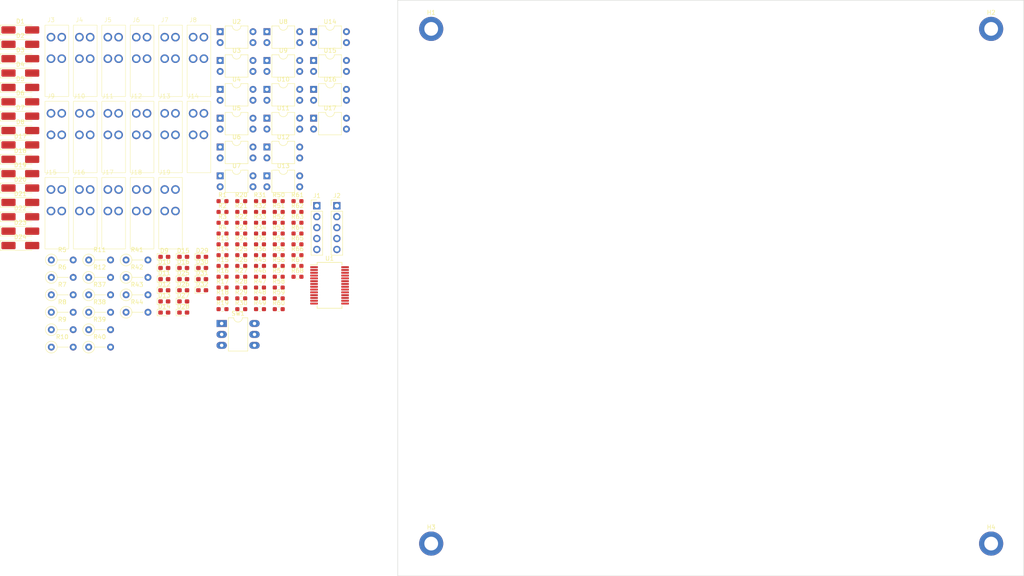
<source format=kicad_pcb>
(kicad_pcb (version 20221018) (generator pcbnew)
  (layers (0 "F.Cu" signal) (31 "B.Cu" signal) (34 "B.Paste" user) (35 "F.Paste" user) (36 "B.SilkS" user "B.Silkscreen") (37 "F.SilkS" user "F.Silkscreen") (38 "B.Mask" user) (39 "F.Mask" user) (44 "Edge.Cuts" user))
  (net 0 "")
  (net 1 "VDD")
  (net 2 "GND")
  (net 3 "Net-(J19-Pad1)")
  (net 4 "Net-(D1-K)")
  (net 5 "Net-(D1-A)")
  (net 6 "Net-(J4-Pad1)")
  (net 7 "Net-(J5-Pad1)")
  (net 8 "Net-(J6-Pad1)")
  (net 9 "Net-(D2-K)")
  (net 10 "Net-(D3-K)")
  (net 11 "Net-(D4-K)")
  (net 12 "Net-(J7-Pad1)")
  (net 13 "Net-(J8-Pad1)")
  (net 14 "Net-(J9-Pad1)")
  (net 15 "Net-(J10-Pad1)")
  (net 16 "Net-(D5-K)")
  (net 17 "Net-(D6-K)")
  (net 18 "Net-(D7-K)")
  (net 19 "Net-(D8-K)")
  (net 20 "/IN_1_1")
  (net 21 "/IN_1_2")
  (net 22 "/IN_1_3")
  (net 23 "/IN_1_4")
  (net 24 "/IN_1_5")
  (net 25 "/IN_1_8")
  (net 26 "/IN_1_7")
  (net 27 "/IN_1_6")
  (net 28 "Net-(J11-Pad1)")
  (net 29 "Net-(D16-K)")
  (net 30 "Net-(J12-Pad1)")
  (net 31 "Net-(J13-Pad1)")
  (net 32 "Net-(J14-Pad1)")
  (net 33 "Net-(J15-Pad1)")
  (net 34 "Net-(J16-Pad1)")
  (net 35 "Net-(J17-Pad1)")
  (net 36 "Net-(D17-A)")
  (net 37 "/IN_2_1")
  (net 38 "Net-(D10-K)")
  (net 39 "/IN_2_2")
  (net 40 "Net-(D11-K)")
  (net 41 "/IN_2_3")
  (net 42 "Net-(D12-K)")
  (net 43 "/IN_2_4")
  (net 44 "Net-(D13-K)")
  (net 45 "/IN_2_5")
  (net 46 "Net-(D14-K)")
  (net 47 "/IN_2_6")
  (net 48 "Net-(D15-K)")
  (net 49 "/IN_2_7")
  (net 50 "Net-(D17-K)")
  (net 51 "Net-(R54-Pad2)")
  (net 52 "/IN_2_8")
  (net 53 "Net-(J1-Pin_1)")
  (net 54 "Net-(J1-Pin_2)")
  (net 55 "Net-(J1-Pin_3)")
  (net 56 "Net-(J1-Pin_4)")
  (net 57 "Net-(D18-A)")
  (net 58 "Net-(D19-A)")
  (net 59 "Net-(D20-A)")
  (net 60 "Net-(D21-A)")
  (net 61 "Net-(D22-A)")
  (net 62 "Net-(D23-A)")
  (net 63 "Net-(J18-Pad1)")
  (net 64 "Net-(D24-A)")
  (net 65 "Net-(U1-A0)")
  (net 66 "Net-(U1-~{RESET})")
  (net 67 "Net-(U1-A1)")
  (net 68 "Net-(U1-A2)")
  (net 69 "Net-(R21-Pad2)")
  (net 70 "Net-(R22-Pad2)")
  (net 71 "Net-(R23-Pad2)")
  (net 72 "Net-(R24-Pad2)")
  (net 73 "Net-(R25-Pad2)")
  (net 74 "Net-(R26-Pad2)")
  (net 75 "Net-(R27-Pad2)")
  (net 76 "Net-(R28-Pad2)")
  (net 77 "Net-(D18-K)")
  (net 78 "Net-(D19-K)")
  (net 79 "Net-(D20-K)")
  (net 80 "Net-(D21-K)")
  (net 81 "Net-(D22-K)")
  (net 82 "Net-(D23-K)")
  (net 83 "Net-(D24-K)")
  (net 84 "Net-(R53-Pad2)")
  (net 85 "Net-(R55-Pad2)")
  (net 86 "Net-(R56-Pad2)")
  (net 87 "Net-(R57-Pad2)")
  (net 88 "Net-(R58-Pad2)")
  (net 89 "Net-(R59-Pad2)")
  (net 90 "Net-(R60-Pad2)")
  (net 93 "Net-(D9-A)")
  (net 94 "Net-(D10-A)")
  (net 95 "Net-(D11-A)")
  (net 96 "Net-(D12-A)")
  (net 97 "Net-(D13-A)")
  (net 98 "Net-(D14-A)")
  (net 99 "Net-(D15-A)")
  (net 100 "Net-(D16-A)")
  (net 101 "Net-(D25-A)")
  (net 102 "Net-(D26-A)")
  (net 103 "Net-(D27-A)")
  (net 104 "Net-(D28-A)")
  (net 105 "Net-(D29-A)")
  (net 106 "Net-(D30-A)")
  (net 107 "Net-(D31-A)")
  (net 108 "Net-(D32-A)")
  (footprint "parts_tma_1:AST_041-2" (layer "F.Cu") (at -60.675 23.92)
    (fp_text reference "J4" (at -1 -6 unlocked) (layer "F.SilkS") (effects (font (thickness 0.1))))
    (fp_text value "Sig_in_1")
    (pad "1" thru_hole circle (at -1 -2) (size 2 2) (drill 1.3) (layers "*.Cu" "*.Mask") (net 6 "Net-(J4-Pad1)"))
    (pad "1" thru_hole circle (at -1 3) (size 2 2) (drill 1.3) (layers "*.Cu" "*.Mask") (net 6 "Net-(J4-Pad1)"))
    (pad "2" thru_hole circle (at 1.5 -2) (size 2 2) (drill 1.3) (layers "*.Cu" "*.Mask") (net 5 "Net-(D1-A)"))
    (pad "2" thru_hole circle (at 1.5 3) (size 2 2) (drill 1.3) (layers "*.Cu" "*.Mask") (net 5 "Net-(D1-A)"))
  )
  (footprint "Package_DIP:DIP-4_W7.62mm" (layer "F.Cu") (at -18.15 54.145)
    (fp_text reference "U13" (at 3.81 -2.33) (layer "F.SilkS"))
    (fp_text value "LTV-817")
    (pad "1" thru_hole rect (at 0 0) (size 1.6 1.6) (drill 0.8) (layers "*.Cu" "*.Mask") (net 86 "Net-(R56-Pad2)"))
    (pad "2" thru_hole oval (at 0 2.54) (size 1.6 1.6) (drill 0.8) (layers "*.Cu" "*.Mask") (net 59 "Net-(D20-A)"))
    (pad "3" thru_hole oval (at 7.62 2.54) (size 1.6 1.6) (drill 0.8) (layers "*.Cu" "*.Mask") (net 43 "/IN_2_4"))
    (pad "4" thru_hole oval (at 7.62 0) (size 1.6 1.6) (drill 0.8) (layers "*.Cu" "*.Mask") (net 1 "VDD"))
  )
  (footprint "Resistor_SMD:R_0603_1608Metric_Pad0.98x0.95mm_HandSolder" (layer "F.Cu") (at -19.75 67.555)
    (fp_text reference "R34" (at 0 -1.43) (layer "F.SilkS"))
    (fp_text value "10k")
    (pad "1" smd roundrect (at -0.9125 0) (size 0.975 0.95) (layers "F.Cu" "F.Paste" "F.Mask") (net 27 "/IN_1_6"))
    (pad "2" smd roundrect (at 0.9125 0) (size 0.975 0.95) (layers "F.Cu" "F.Paste" "F.Mask") (net 2 "GND"))
  )
  (footprint "Diode_SMD:D_MiniMELF_Handsoldering" (layer "F.Cu") (at -75.395 30.26)
    (fp_text reference "D4" (at 0 -2) (layer "F.SilkS"))
    (fp_text value "5,1V")
    (pad "1" smd roundrect (at -2.75 0) (size 3.3 1.7) (layers "F.Cu" "F.Paste" "F.Mask") (roundrect_rratio 0.1470588235) (net 11 "Net-(D4-K)"))
    (pad "2" smd roundrect (at 2.75 0) (size 3.3 1.7) (layers "F.Cu" "F.Paste" "F.Mask") (roundrect_rratio 0.1470588235) (net 42 "Net-(D12-K)"))
  )
  (footprint "LED_SMD:LED_0603_1608Metric_Pad1.05x0.95mm_HandSolder" (layer "F.Cu") (at -33.175 78.145)
    (fp_text reference "D31" (at 0 -1.43) (layer "F.SilkS"))
    (fp_text value "LED")
    (pad "1" smd roundrect (at -0.875 0) (size 1.05 0.95) (layers "F.Cu" "F.Paste" "F.Mask") (net 62 "Net-(D23-A)"))
    (pad "2" smd roundrect (at 0.875 0) (size 1.05 0.95) (layers "F.Cu" "F.Paste" "F.Mask") (net 107 "Net-(D31-A)"))
  )
  (footprint "parts_tma_1:AST_041-2" (layer "F.Cu") (at -40.875 59.32)
    (fp_text reference "J19" (at -1 -6 unlocked) (layer "F.SilkS") (effects (font (thickness 0.1))))
    (fp_text value "Sig_in_1")
    (pad "1" thru_hole circle (at -1 -2) (size 2 2) (drill 1.3) (layers "*.Cu" "*.Mask") (net 3 "Net-(J19-Pad1)"))
    (pad "1" thru_hole circle (at -1 3) (size 2 2) (drill 1.3) (layers "*.Cu" "*.Mask") (net 3 "Net-(J19-Pad1)"))
    (pad "2" thru_hole circle (at 1.5 -2) (size 2 2) (drill 1.3) (layers "*.Cu" "*.Mask") (net 64 "Net-(D24-A)"))
    (pad "2" thru_hole circle (at 1.5 3) (size 2 2) (drill 1.3) (layers "*.Cu" "*.Mask") (net 64 "Net-(D24-A)"))
  )
  (footprint "Resistor_THT:R_Axial_DIN0207_L6.3mm_D2.5mm_P5.08mm_Vertical" (layer "F.Cu") (at -68.2 93.945)
    (fp_text reference "R10" (at 2.54 -2.37) (layer "F.SilkS"))
    (fp_text value "R")
    (pad "1" thru_hole circle (at 0 0) (size 1.6 1.6) (drill 0.8) (layers "*.Cu" "*.Mask") (net 13 "Net-(J8-Pad1)"))
    (pad "2" thru_hole oval (at 5.08 0) (size 1.6 1.6) (drill 0.8) (layers "*.Cu" "*.Mask") (net 17 "Net-(D6-K)"))
  )
  (footprint "LED_SMD:LED_0603_1608Metric_Pad1.05x0.95mm_HandSolder" (layer "F.Cu") (at -37.57 78.145)
    (fp_text reference "D25" (at 0 -1.43) (layer "F.SilkS"))
    (fp_text value "LED")
    (pad "1" smd roundrect (at -0.875 0) (size 1.05 0.95) (layers "F.Cu" "F.Paste" "F.Mask") (net 36 "Net-(D17-A)"))
    (pad "2" smd roundrect (at 0.875 0) (size 1.05 0.95) (layers "F.Cu" "F.Paste" "F.Mask") (net 101 "Net-(D25-A)"))
  )
  (footprint "LED_SMD:LED_0603_1608Metric_Pad1.05x0.95mm_HandSolder" (layer "F.Cu") (at -41.965 78.145)
    (fp_text reference "D11" (at 0 -1.43) (layer "F.SilkS"))
    (fp_text value "LED")
    (pad "1" smd roundrect (at -0.875 0) (size 1.05 0.95) (layers "F.Cu" "F.Paste" "F.Mask") (net 40 "Net-(D11-K)"))
    (pad "2" smd roundrect (at 0.875 0) (size 1.05 0.95) (layers "F.Cu" "F.Paste" "F.Mask") (net 95 "Net-(D11-A)"))
  )
  (footprint "Package_DIP:DIP-4_W7.62mm" (layer "F.Cu") (at -29 54.145)
    (fp_text reference "U7" (at 3.81 -2.33) (layer "F.SilkS"))
    (fp_text value "LTV-817")
    (pad "1" thru_hole rect (at 0 0) (size 1.6 1.6) (drill 0.8) (layers "*.Cu" "*.Mask") (net 74 "Net-(R26-Pad2)"))
    (pad "2" thru_hole oval (at 0 2.54) (size 1.6 1.6) (drill 0.8) (layers "*.Cu" "*.Mask") (net 46 "Net-(D14-K)"))
    (pad "3" thru_hole oval (at 7.62 2.54) (size 1.6 1.6) (drill 0.8) (layers "*.Cu" "*.Mask") (net 27 "/IN_1_6"))
    (pad "4" thru_hole oval (at 7.62 0) (size 1.6 1.6) (drill 0.8) (layers "*.Cu" "*.Mask") (net 1 "VDD"))
  )
  (footprint "Resistor_SMD:R_0603_1608Metric_Pad0.98x0.95mm_HandSolder" (layer "F.Cu") (at -24.1 72.575)
    (fp_text reference "R25" (at 0 -1.43) (layer "F.SilkS"))
    (fp_text value "82R")
    (pad "1" smd roundrect (at -0.9125 0) (size 0.975 0.95) (layers "F.Cu" "F.Paste" "F.Mask") (net 16 "Net-(D5-K)"))
    (pad "2" smd roundrect (at 0.9125 0) (size 0.975 0.95) (layers "F.Cu" "F.Paste" "F.Mask") (net 73 "Net-(R25-Pad2)"))
  )
  (footprint "Resistor_THT:R_Axial_DIN0207_L6.3mm_D2.5mm_P5.08mm_Vertical" (layer "F.Cu") (at -59.52 85.845)
    (fp_text reference "R38" (at 2.54 -2.37) (layer "F.SilkS"))
    (fp_text value "R")
    (pad "1" thru_hole circle (at 0 0) (size 1.6 1.6) (drill 0.8) (layers "*.Cu" "*.Mask") (net 31 "Net-(J13-Pad1)"))
    (pad "2" thru_hole oval (at 5.08 0) (size 1.6 1.6) (drill 0.8) (layers "*.Cu" "*.Mask") (net 77 "Net-(D18-K)"))
  )
  (footprint "Resistor_THT:R_Axial_DIN0207_L6.3mm_D2.5mm_P5.08mm_Vertical" (layer "F.Cu") (at -59.52 81.795)
    (fp_text reference "R37" (at 2.54 -2.37) (layer "F.SilkS"))
    (fp_text value "R")
    (pad "1" thru_hole circle (at 0 0) (size 1.6 1.6) (drill 0.8) (layers "*.Cu" "*.Mask") (net 30 "Net-(J12-Pad1)"))
    (pad "2" thru_hole oval (at 5.08 0) (size 1.6 1.6) (drill 0.8) (layers "*.Cu" "*.Mask") (net 50 "Net-(D17-K)"))
  )
  (footprint "Resistor_THT:R_Axial_DIN0207_L6.3mm_D2.5mm_P5.08mm_Vertical" (layer "F.Cu") (at -50.84 73.695)
    (fp_text reference "R41" (at 2.54 -2.37) (layer "F.SilkS"))
    (fp_text value "R")
    (pad "1" thru_hole circle (at 0 0) (size 1.6 1.6) (drill 0.8) (layers "*.Cu" "*.Mask") (net 34 "Net-(J16-Pad1)"))
    (pad "2" thru_hole oval (at 5.08 0) (size 1.6 1.6) (drill 0.8) (layers "*.Cu" "*.Mask") (net 80 "Net-(D21-K)"))
  )
  (footprint "Resistor_THT:R_Axial_DIN0207_L6.3mm_D2.5mm_P5.08mm_Vertical" (layer "F.Cu") (at -68.2 77.745)
    (fp_text reference "R6" (at 2.54 -2.37) (layer "F.SilkS"))
    (fp_text value "R")
    (pad "1" thru_hole circle (at 0 0) (size 1.6 1.6) (drill 0.8) (layers "*.Cu" "*.Mask") (net 7 "Net-(J5-Pad1)"))
    (pad "2" thru_hole oval (at 5.08 0) (size 1.6 1.6) (drill 0.8) (layers "*.Cu" "*.Mask") (net 9 "Net-(D2-K)"))
  )
  (footprint "LED_SMD:LED_0603_1608Metric_Pad1.05x0.95mm_HandSolder" (layer "F.Cu") (at -41.965 80.735)
    (fp_text reference "D12" (at 0 -1.43) (layer "F.SilkS"))
    (fp_text value "LED")
    (pad "1" smd roundrect (at -0.875 0) (size 1.05 0.95) (layers "F.Cu" "F.Paste" "F.Mask") (net 42 "Net-(D12-K)"))
    (pad "2" smd roundrect (at 0.875 0) (size 1.05 0.95) (layers "F.Cu" "F.Paste" "F.Mask") (net 96 "Net-(D12-A)"))
  )
  (footprint "Resistor_SMD:R_0603_1608Metric_Pad0.98x0.95mm_HandSolder" (layer "F.Cu") (at -11.05 67.555)
    (fp_text reference "R64" (at 0 -1.43) (layer "F.SilkS"))
    (fp_text value "10k")
    (pad "1" smd roundrect (at -0.9125 0) (size 0.975 0.95) (layers "F.Cu" "F.Paste" "F.Mask") (net 43 "/IN_2_4"))
    (pad "2" smd roundrect (at 0.9125 0) (size 0.975 0.95) (layers "F.Cu" "F.Paste" "F.Mask") (net 2 "GND"))
  )
  (footprint "Resistor_THT:R_Axial_DIN0207_L6.3mm_D2.5mm_P5.08mm_Vertical" (layer "F.Cu") (at -50.84 77.745)
    (fp_text reference "R42" (at 2.54 -2.37) (layer "F.SilkS"))
    (fp_text value "R")
    (pad "1" thru_hole circle (at 0 0) (size 1.6 1.6) (drill 0.8) (layers "*.Cu" "*.Mask") (net 35 "Net-(J17-Pad1)"))
    (pad "2" thru_hole oval (at 5.08 0) (size 1.6 1.6) (drill 0.8) (layers "*.Cu" "*.Mask") (net 81 "Net-(D22-K)"))
  )
  (footprint "LED_SMD:LED_0603_1608Metric_Pad1.05x0.95mm_HandSolder" (layer "F.Cu") (at -37.57 85.915)
    (fp_text reference "D28" (at 0 -1.43) (layer "F.SilkS"))
    (fp_text value "LED")
    (pad "1" smd roundrect (at -0.875 0) (size 1.05 0.95) (layers "F.Cu" "F.Paste" "F.Mask") (net 59 "Net-(D20-A)"))
    (pad "2" smd roundrect (at 0.875 0) (size 1.05 0.95) (layers "F.Cu" "F.Paste" "F.Mask") (net 104 "Net-(D28-A)"))
  )
  (footprint "Package_DIP:DIP-4_W7.62mm" (layer "F.Cu") (at -29 20.645)
    (fp_text reference "U2" (at 3.81 -2.33) (layer "F.SilkS"))
    (fp_text value "LTV-817")
    (pad "1" thru_hole rect (at 0 0) (size 1.6 1.6) (drill 0.8) (layers "*.Cu" "*.Mask") (net 69 "Net-(R21-Pad2)"))
    (pad "2" thru_hole oval (at 0 2.54) (size 1.6 1.6) (drill 0.8) (layers "*.Cu" "*.Mask") (net 5 "Net-(D1-A)"))
    (pad "3" thru_hole oval (at 7.62 2.54) (size 1.6 1.6) (drill 0.8) (layers "*.Cu" "*.Mask") (net 20 "/IN_1_1"))
    (pad "4" thru_hole oval (at 7.62 0) (size 1.6 1.6) (drill 0.8) (layers "*.Cu" "*.Mask") (net 1 "VDD"))
  )
  (footprint "Resistor_THT:R_Axial_DIN0207_L6.3mm_D2.5mm_P5.08mm_Vertical" (layer "F.Cu") (at -68.2 73.695)
    (fp_text reference "R5" (at 2.54 -2.37) (layer "F.SilkS"))
    (fp_text value "R")
    (pad "1" thru_hole circle (at 0 0) (size 1.6 1.6) (drill 0.8) (layers "*.Cu" "*.Mask") (net 6 "Net-(J4-Pad1)"))
    (pad "2" thru_hole oval (at 5.08 0) (size 1.6 1.6) (drill 0.8) (layers "*.Cu" "*.Mask") (net 4 "Net-(D1-K)"))
  )
  (footprint "Resistor_SMD:R_0603_1608Metric_Pad0.98x0.95mm_HandSolder" (layer "F.Cu") (at -28.45 75.085)
    (fp_text reference "R15" (at 0 -1.43) (layer "F.SilkS"))
    (fp_text value "680R")
    (pad "1" smd roundrect (at -0.9125 0) (size 0.975 0.95) (layers "F.Cu" "F.Paste" "F.Mask") (net 10 "Net-(D3-K)"))
    (pad "2" smd roundrect (at 0.9125 0) (size 0.975 0.95) (layers "F.Cu" "F.Paste" "F.Mask") (net 95 "Net-(D11-A)"))
  )
  (footprint "Package_DIP:DIP-4_W7.62mm" (layer "F.Cu") (at -18.15 20.645)
    (fp_text reference "U8" (at 3.81 -2.33) (layer "F.SilkS"))
    (fp_text value "LTV-817")
    (pad "1" thru_hole rect (at 0 0) (size 1.6 1.6) (drill 0.8) (layers "*.Cu" "*.Mask") (net 75 "Net-(R27-Pad2)"))
    (pad "2" thru_hole oval (at 0 2.54) (size 1.6 1.6) (drill 0.8) (layers "*.Cu" "*.Mask") (net 48 "Net-(D15-K)"))
    (pad "3" thru_hole oval (at 7.62 2.54) (size 1.6 1.6) (drill 0.8) (layers "*.Cu" "*.Mask") (net 26 "/IN_1_7"))
    (pad "4" thru_hole oval (at 7.62 0) (size 1.6 1.6) (drill 0.8) (layers "*.Cu" "*.Mask") (net 1 "VDD"))
  )
  (footprint "Resistor_SMD:R_0603_1608Metric_Pad0.98x0.95mm_HandSolder" (layer "F.Cu") (at -24.1 77.595)
    (fp_text reference "R27" (at 0 -1.43) (layer "F.SilkS"))
    (fp_text value "82R")
    (pad "1" smd roundrect (at -0.9125 0) (size 0.975 0.95) (layers "F.Cu" "F.Paste" "F.Mask") (net 18 "Net-(D7-K)"))
    (pad "2" smd roundrect (at 0.9125 0) (size 0.975 0.95) (layers "F.Cu" "F.Paste" "F.Mask") (net 75 "Net-(R27-Pad2)"))
  )
  (footprint "Resistor_SMD:R_0603_1608Metric_Pad0.98x0.95mm_HandSolder" (layer "F.Cu") (at -24.1 82.615)
    (fp_text reference "R29" (at 0 -1.43) (layer "F.SilkS"))
    (fp_text value "10k")
    (pad "1" smd roundrect (at -0.9125 0) (size 0.975 0.95) (layers "F.Cu" "F.Paste" "F.Mask") (net 20 "/IN_1_1"))
    (pad "2" smd roundrect (at 0.9125 0) (size 0.975 0.95) (layers "F.Cu" "F.Paste" "F.Mask") (net 2 "GND"))
  )
  (footprint "Resistor_SMD:R_0603_1608Metric_Pad0.98x0.95mm_HandSolder" (layer "F.Cu") (at -28.45 65.045)
    (fp_text reference "R3" (at 0 -1.43) (layer "F.SilkS"))
    (fp_text value "3k3")
    (pad "1" smd roundrect (at -0.9125 0) (size 0.975 0.95) (layers "F.Cu" "F.Paste" "F.Mask") (net 67 "Net-(U1-A1)"))
    (pad "2" smd roundrect (at 0.9125 0) (size 0.975 0.95) (layers "F.Cu" "F.Paste" "F.Mask") (net 2 "GND"))
  )
  (footprint "Resistor_SMD:R_0603_1608Metric_Pad0.98x0.95mm_HandSolder" (layer "F.Cu") (at -28.45 77.595)
    (fp_text reference "R16" (at 0 -1.43) (layer "F.SilkS"))
    (fp_text value "680R")
    (pad "1" smd roundrect (at -0.9125 0) (size 0.975 0.95) (layers "F.Cu" "F.Paste" "F.Mask") (net 11 "Net-(D4-K)"))
    (pad "2" smd roundrect (at 0.9125 0) (size 0.975 0.95) (layers "F.Cu" "F.Paste" "F.Mask") (net 96 "Net-(D12-A)"))
  )
  (footprint "Package_DIP:DIP-4_W7.62mm" (layer "F.Cu") (at -29 47.445)
    (fp_text reference "U6" (at 3.81 -2.33) (layer "F.SilkS"))
    (fp_text value "LTV-817")
    (pad "1" thru_hole rect (at 0 0) (size 1.6 1.6) (drill 0.8) (layers "*.Cu" "*.Mask") (net 73 "Net-(R25-Pad2)"))
    (pad "2" thru_hole oval (at 0 2.54) (size 1.6 1.6) (drill 0.8) (layers "*.Cu" "*.Mask") (net 44 "Net-(D13-K)"))
    (pad "3" thru_hole oval (at 7.62 2.54) (size 1.6 1.6) (drill 0.8) (layers "*.Cu" "*.Mask") (net 24 "/IN_1_5"))
    (pad "4" thru_hole oval (at 7.62 0) (size 1.6 1.6) (drill 0.8) (layers "*.Cu" "*.Mask") (net 1 "VDD"))
  )
  (footprint "Resistor_THT:R_Axial_DIN0207_L6.3mm_D2.5mm_P5.08mm_Vertical" (layer "F.Cu") (at -59.52 73.695)
    (fp_text reference "R11" (at 2.54 -2.37) (layer "F.SilkS"))
    (fp_text value "R")
    (pad "1" thru_hole circle (at 0 0) (size 1.6 1.6) (drill 0.8) (layers "*.Cu" "*.Mask") (net 14 "Net-(J9-Pad1)"))
    (pad "2" thru_hole oval (at 5.08 0) (size 1.6 1.6) (drill 0.8) (layers "*.Cu" "*.Mask") (net 18 "Net-(D7-K)"))
  )
  (footprint "Diode_SMD:D_MiniMELF_Handsoldering" (layer "F.Cu") (at -75.395 60.32)
    (fp_text reference "D21" (at 0 -2) (layer "F.SilkS"))
    (fp_text value "5,1V")
    (pad "1" smd roundrect (at -2.75 0) (size 3.3 1.7) (layers "F.Cu" "F.Paste" "F.Mask") (roundrect_rratio 0.1470588235) (net 80 "Net-(D21-K)"))
    (pad "2" smd roundrect (at 2.75 0) (size 3.3 1.7) (layers "F.Cu" "F.Paste" "F.Mask") (roundrect_rratio 0.1470588235) (net 60 "Net-(D21-A)"))
  )
  (footprint "Resistor_SMD:R_0603_1608Metric_Pad0.98x0.95mm_HandSolder" (layer "F.Cu") (at -24.1 80.105)
    (fp_text reference "R28" (at 0 -1.43) (layer "F.SilkS"))
    (fp_text value "82R")
    (pad "1" smd roundrect (at -0.9125 0) (size 0.975 0.95) (layers "F.Cu" "F.Paste" "F.Mask") (net 19 "Net-(D8-K)"))
    (pad "2" smd roundrect (at 0.9125 0) (size 0.975 0.95) (layers "F.Cu" "F.Paste" "F.Mask") (net 76 "Net-(R28-Pad2)"))
  )
  (footprint "Resistor_SMD:R_0603_1608Metric_Pad0.98x0.95mm_HandSolder" (layer "F.Cu") (at -11.05 70.065)
    (fp_text reference "R65" (at 0 -1.43) (layer "F.SilkS"))
    (fp_text value "10k")
    (pad "1" smd roundrect (at -0.9125 0) (size 0.975 0.95) (layers "F.Cu" "F.Paste" "F.Mask") (net 45 "/IN_2_5"))
    (pad "2" smd roundrect (at 0.9125 0) (size 0.975 0.95) (layers "F.Cu" "F.Paste" "F.Mask") (net 2 "GND"))
  )
  (footprint "Diode_SMD:D_MiniMELF_Handsoldering" (layer "F.Cu") (at -75.395 40.28)
    (fp_text reference "D7" (at 0 -2) (layer "F.SilkS"))
    (fp_text value "5,1V")
    (pad "1" smd roundrect (at -2.75 0) (size 3.3 1.7) (layers "F.Cu" "F.Paste" "F.Mask") (roundrect_rratio 0.1470588235) (net 18 "Net-(D7-K)"))
    (pad "2" smd roundrect (at 2.75 0) (size 3.3 1.7) (layers "F.Cu" "F.Paste" "F.Mask") (roundrect_rratio 0.1470588235) (net 48 "Net-(D15-K)"))
  )
  (footprint "Resistor_SMD:R_0603_1608Metric_Pad0.98x0.95mm_HandSolder" (layer "F.Cu") (at -15.4 82.615)
    (fp_text reference "R59" (at 0 -1.43) (layer "F.SilkS"))
    (fp_text value "82R")
    (pad "1" smd roundrect (at -0.9125 0) (size 0.975 0.95) (layers "F.Cu" "F.Paste" "F.Mask") (net 82 "Net-(D23-K)"))
    (pad "2" smd roundrect (at 0.9125 0) (size 0.975 0.95) (layers "F.Cu" "F.Paste" "F.Mask") (net 89 "Net-(R59-Pad2)"))
  )
  (footprint "parts_tma_1:AST_041-2" (layer "F.Cu") (at -60.675 41.62)
    (fp_text reference "J10" (at -1 -6 unlocked) (layer "F.SilkS") (effects (font (thickness 0.1))))
    (fp_text value "Sig_in_1")
    (pad "1" thru_hole circle (at -1 -2) (size 2 2) (drill 1.3) (layers "*.Cu" "*.Mask") (net 15 "Net-(J10-Pad1)"))
    (pad "1" thru_hole circle (at -1 3) (size 2 2) (drill 1.3) (layers "*.Cu" "*.Mask") (net 15 "Net-(J10-Pad1)"))
    (pad "2" thru_hole circle (at 1.5 -2) (size 2 2) (drill 1.3) (layers "*.Cu" "*.Mask") (net 29 "Net-(D16-K)"))
    (pad "2" thru_hole circle (at 1.5 3) (size 2 2) (drill 1.3) (layers "*.Cu" "*.Mask") (net 29 "Net-(D16-K)"))
  )
  (footprint "Resistor_SMD:R_0603_1608Metric_Pad0.98x0.95mm_HandSolder" (layer "F.Cu") (at -11.05 77.595)
    (fp_text reference "R68" (at 0 -1.43) (layer "F.SilkS"))
    (fp_text value "10k")
    (pad "1" smd roundrect (at -0.9125 0) (size 0.975 0.95) (layers "F.Cu" "F.Paste" "F.Mask") (net 52 "/IN_2_8"))
    (pad "2" smd roundrect (at 0.9125 0) (size 0.975 0.95) (layers "F.Cu" "F.Paste" "F.Mask") (net 2 "GND"))
  )
  (footprint "Resistor_SMD:R_0603_1608Metric_Pad0.98x0.95mm_HandSolder" (layer "F.Cu") (at -28.45 62.535)
    (fp_text reference "R2" (at 0 -1.43) (layer "F.SilkS"))
    (fp_text value "10k")
    (pad "1" smd roundrect (at -0.9125 0) (size 0.975 0.95) (layers "F.Cu" "F.Paste" "F.Mask") (net 1 "VDD"))
    (pad "2" smd roundrect (at 0.9125 0) (size 0.975 0.95) (layers "F.Cu" "F.Paste" "F.Mask") (net 66 "Net-(U1-~{RESET})"))
  )
  (footprint "Resistor_THT:R_Axial_DIN0207_L6.3mm_D2.5mm_P5.08mm_Vertical" (layer "F.Cu") (at -68.2 81.795)
    (fp_text reference "R7" (at 2.54 -2.37) (layer "F.SilkS"))
    (fp_text value "R")
    (pad "1" thru_hole circle (at 0 0) (size 1.6 1.6) (drill 0.8) (layers "*.Cu" "*.Mask") (net 8 "Net-(J6-Pad1)"))
    (pad "2" thru_hole oval (at 5.08 0) (size 1.6 1.6) (drill 0.8) (layers "*.Cu" "*.Mask") (net 10 "Net-(D3-K)"))
  )
  (footprint "Resistor_SMD:R_0603_1608Metric_Pad0.98x0.95mm_HandSolder" (layer "F.Cu") (at -11.05 65.045)
    (fp_text reference "R63" (at 0 -1.43) (layer "F.SilkS"))
    (fp_text value "10k")
    (pad "1" smd roundrect (at -0.9125 0) (size 0.975 0.95) (layers "F.Cu" "F.Paste" "F.Mask") (net 41 "/IN_2_3"))
    (pad "2" smd roundrect (at 0.9125 0) (size 0.975 0.95) (layers "F.Cu" "F.Paste" "F.Mask") (net 2 "GND"))
  )
  (footprint "Resistor_SMD:R_0603_1608Metric_Pad0.98x0.95mm_HandSolder" (layer "F.Cu") (at -28.45 67.555)
    (fp_text reference "R4" (at 0 -1.43) (layer "F.SilkS"))
    (fp_text value "3k3")
    (pad "1" smd roundrect (at -0.9125 0) (size 0.975 0.95) (layers "F.Cu" "F.Paste" "F.Mask") (net 68 "Net-(U1-A2)"))
    (pad "2" smd roundrect (at 0.9125 0) (size 0.975 0.95) (layers "F.Cu" "F.Paste" "F.Mask") (net 2 "GND"))
  )
  (footprint "Resistor_SMD:R_0603_1608Metric_Pad0.98x0.95mm_HandSolder" (layer "F.Cu") (at -19.75 72.575)
    (fp_text reference "R36" (at 0 -1.43) (layer "F.SilkS"))
    (fp_text value "10k")
    (pad "1" smd roundrect (at -0.9125 0) (size 0.975 0.95) (layers "F.Cu" "F.Paste" "F.Mask") (net 25 "/IN_1_8"))
    (pad "2" smd roundrect (at 0.9125 0) (size 0.975 0.95) (layers "F.Cu" "F.Paste" "F.Mask") (net 2 "GND"))
  )
  (footprint "Diode_SMD:D_MiniMELF_Handsoldering" (layer "F.Cu") (at -75.395 56.98)
    (fp_text reference "D20" (at 0 -2) (layer "F.SilkS"))
    (fp_text value "5,1V")
    (pad "1" smd roundrect (at -2.75 0) (size 3.3 1.7) (layers "F.Cu" "F.Paste" "F.Mask") (roundrect_rratio 0.1470588235) (net 79 "Net-(D20-K)"))
    (pad "2" smd roundrect (at 2.75 0) (size 3.3 1.7) (layers "F.Cu" "F.Paste" "F.Mask") (roundrect_rratio 0.1470588235) (net 59 "Net-(D20-A)"))
  )
  (footprint "Package_DIP:DIP-4_W7.62mm" (layer "F.Cu") (at -7.3 20.645)
    (fp_text reference "U14" (at 3.81 -2.33) (layer "F.SilkS"))
    (fp_text value "LTV-817")
    (pad "1" thru_hole rect (at 0 0) (size 1.6 1.6) (drill 0.8) (layers "*.Cu" "*.Mask") (net 87 "Net-(R57-Pad2)"))
    (pad "2" thru_hole oval (at 0 2.54) (size 1.6 1.6) (drill 0.8) (layers "*.Cu" "*.Mask") (net 60 "Net-(D21-A)"))
    (pad "3" thru_hole oval (at 7.62 2.54) (size 1.6 1.6) (drill 0.8) (layers "*.Cu" "*.Mask") (net 45 "/IN_2_5"))
    (pad "4" thru_hole oval (at 7.62 0) (size 1.6 1.6) (drill 0.8) (layers "*.Cu" "*.Mask") (net 1 "VDD"))
  )
  (footprint "Package_DIP:DIP-4_W7.62mm" (layer "F.Cu") (at -18.15 27.345)
    (fp_text reference "U9" (at 3.81 -2.33) (layer "F.SilkS"))
    (fp_text value "LTV-817")
    (pad "1" thru_hole rect (at 0 0) (size 1.6 1.6) (drill 0.8) (layers "*.Cu" "*.Mask") (net 76 "Net-(R28-Pad2)"))
    (pad "2" thru_hole oval (at 0 2.54) (size 1.6 1.6) (drill 0.8) (layers "*.Cu" "*.Mask") (net 29 "Net-(D16-K)"))
    (pad "3" thru_hole oval (at 7.62 2.54) (size 1.6 1.6) (drill 0.8) (layers "*.Cu" "*.Mask") (net 25 "/IN_1_8"))
    (pad "4" thru_hole oval (at 7.62 0) (size 1.6 1.6) (drill 0.8) (layers "*.Cu" "*.Mask") (net 1 "VDD"))
  )
  (footprint "parts_tma_1:AST_041-2" (layer "F.Cu") (at -47.475 41.62)
    (fp_text reference "J12" (at -1 -6 unlocked) (layer "F.SilkS") (effects (font (thickness 0.1))))
    (fp_text value "Sig_in_1")
    (pad "1" thru_hole circle (at -1 -2) (size 2 2) (drill 1.3) (layers "*.Cu" "*.Mask") (net 30 "Net-(J12-Pad1)"))
    (pad "1" thru_hole circle (at -1 3) (size 2 2) (drill 1.3) (layers "*.Cu" "*.Mask") (net 30 "Net-(J12-Pad1)"))
    (pad "2" thru_hole circle (at 1.5 -2) (size 2 2) (drill 1.3) (layers "*.Cu" "*.Mask") (net 36 "Net-(D17-A)"))
    (pad "2" thru_hole circle (at 1.5 3) (size 2 2) (drill 1.3) (layers "*.Cu" "*.Mask") (net 36 "Net-(D17-A)"))
  )
  (footprint "Package_SO:SSOP-28_5.3x10.2mm_P0.65mm" (layer "F.Cu") (at -3.6 79.595)
    (fp_text reference "U1" (at 0 -6.25) (layer "F.SilkS"))
    (fp_text value "MCP23S17_SS")
    (pad "1" smd rect (at -3.6 -4.225) (size 1.75 0.45) (layers "F.Cu" "F.Paste" "F.Mask") (net 37 "/IN_2_1"))
    (pad "2" smd rect (at -3.6 -3.575) (size 1.75 0.45) (layers "F.Cu" "F.Paste" "F.Mask") (net 39 "/IN_2_2"))
    (pad "3" smd rect (at -3.6 -2.925) (size 1.75 0.45) (layers "F.Cu" "F.Paste" "F.Mask") (net 41 "/IN_2_3"))
    (pad "4" smd rect (at -3.6 -2.275) (size 1.75 0.45) (layers "F.Cu" "F.Paste" "F.Mask") (net 43 "/IN_2_4"))
    (pad "5" smd rect (at -3.6 -1.625) (size 1.75 0.45) (layers "F.Cu" "F.Paste" "F.Mask") (net 45 "/IN_2_5"))
    (pad "6" smd rect (at -3.6 -0.975) (size 1.75 0.45) (layers "F.Cu" "F.Paste" "F.Mask") (net 47 "/IN_2_6"))
    (pad "7" smd rect (at -3.6 -0.325) (size 1.75 0.45) (layers "F.Cu" "F.Paste" "F.Mask") (net 49 "/IN_2_7"))
    (pad "8" smd rect (at -3.6 0.325) (size 1.75 0.45) (layers "F.Cu" "F.Paste" "F.Mask") (net 52 "/IN_2_8"))
    (pad "9" smd rect (at -3.6 0.975) (size 1.75 0.45) (layers "F.Cu" "F.Paste" "F.Mask") (net 1 "VDD"))
    (pad "10" smd rect (at -3.6 1.625) (size 1.75 0.45) (layers "F.Cu" "F.Paste" "F.Mask") (net 2 "GND"))
    (pad "11" smd rect (at -3.6 2.275) (size 1.75 0.45) (layers "F.Cu" "F.Paste" "F.Mask") (net 53 "Net-(J1-Pin_1)"))
    (pad "12" smd rect (at -3.6 2.925) (size 1.75 0.45) (layers "F.Cu" "F.Paste" "F.Mask") (net 54 "Net-(J1-Pin_2)"))
    (pad "13" smd rect (at -3.6 3.575) (size 1.75 0.45) (layers "F.Cu" "F.Paste" "F.Mask") (net 55 "Net-(J1-Pin_3)"))
    (pad "14" smd rect (at -3.6 4.225) (size 1.75 0.45) (layers "F.Cu" "F.Paste" "F.Mask") (net 56 "Net-(J1-Pin_4)"))
    (pad "15" smd rect (at 3.6 4.225) (size 1.75 0.45) (layers "F.Cu" "F.Paste" "F.Mask") (net 65 "Net-(U1-A0)"))
    (pad "16" smd rect (at 3.6 3.575) (size 1.75 0.45) (layers "F.Cu" "F.Paste" "F.Mask") (net 67 "Net-(U1-A1)"))
    (pad "17" smd rect (at 3.6 2.925) (size 1.75 0.45) (layers "F.Cu" "F.Paste" "F.Mask") (net 68 "Net-(U1-A2)"))
    (pad "18" smd rect (at 3.6 2.275) (size 1.75 0.45) (layers "F.Cu" "F.Paste" "F.Mask") (net 66 "Net-(U1-~{RESET})"))
    (pad "19" smd rect (at 3.6 1.625) (size 1.75 0.45) (layers "F.Cu" "F.Paste" "F.Mask"))
    (pad "20" smd rect (at 3.6 0.975) (size 1.75 0.45) (layers "F.Cu" "F.Paste" "F.Mask"))
    (pad "21" smd rect (at 3.6 0.325) (size 1.75 0.45) (layers "F.Cu" "F.Paste" "F.Mask") (net 20 "/IN_1_1"))
    (pad "22" smd rect (at 3.6 -0.325) (size 1.75 0.45) (layers "F.Cu" "F.Paste" "F.Mask") (net 21 "/IN_1_2"))
    (pad "23" smd rect (at 3.6 -0.975) (size 1.75 0.45) (layers "F.Cu" "F.Paste" "F.Mask") (net 22 "/IN_1_3"))
    (pad "24" smd rect (at 3.6 -1.625) (size 1.75 0.45) (layers "F.Cu" "F.Paste" "F.Mask") (net 23 "/IN_1_4"))
    (pad "25" smd rect (at 3.6 -2.275) (size 1.75 0.45) (layers "F.Cu" "F.Paste" "F.Mask") (net 24 "/IN_1_5"))
    (pad "26" smd rect (at 3.6 -2.925) (size 1.75 0.45) (layers "F.Cu" "F.Paste" "F.Mask") (net 27 "/IN_1_6"))
    (pad "27" smd rect (at 3.6 -3.575) (size 1.75 0.45) (layers "F.Cu" "F.Paste" "F.Mask") (net 26 "/IN_1_7"))
    (pad "28" smd rect (at 3.6 -4.225) (size 1.75 0.45) (layers "F.Cu" "F.Paste" "F.Mask") (net 25 "/IN_1_8"))
  )
  (footprint "Resistor_SMD:R_0603_1608Metric_Pad0.98x0.95mm_HandSolder" (layer "F.Cu") (at -15.4 85.125)
    (fp_text reference "R60" (at 0 -1.43) (layer "F.SilkS"))
    (fp_text value "82R")
    (pad "1" smd roundrect (at -0.9125 0) (size 0.975 0.95) (layers "F.Cu" "F.Paste" "F.Mask") (net 83 "Net-(D24-K)"))
    (pad "2" smd roundrect (at 0.9125 0) (size 0.975 0.95) (layers "F.Cu" "F.Paste" "F.Mask") (net 90 "Net-(R60-Pad2)"))
  )
  (footprint "Resistor_SMD:R_0603_1608Metric_Pad0.98x0.95mm_HandSolder" (layer "F.Cu") (at -28.45 80.105)
    (fp_text reference "R17" (at 0 -1.43) (layer "F.SilkS"))
    (fp_text value "680R")
    (pad "1" smd roundrect (at -0.9125 0) (size 0.975 0.95) (layers "F.Cu" "F.Paste" "F.Mask") (net 16 "Net-(D5-K)"))
    (pad "2" smd roundrect (at 0.9125 0) (size 0.975 0.95) (layers "F.Cu" "F.Paste" "F.Mask") (net 97 "Net-(D13-A)"))
  )
  (footprint "LED_SMD:LED_0603_1608Metric_Pad1.05x0.95mm_HandSolder" (layer "F.Cu") (at -41.965 75.555)
    (fp_text reference "D10" (at 0 -1.43) (layer "F.SilkS"))
    (fp_text value "LED")
    (pad "1" smd roundrect (at -0.875 0) (size 1.05 0.95) (layers "F.Cu" "F.Paste" "F.Mask") (net 38 "Net-(D10-K)"))
    (pad "2" smd roundrect (at 0.875 0) (size 1.05 0.95) (layers "F.Cu" "F.Paste" "F.Mask") (net 94 "Net-(D10-A)"))
  )
  (footprint "Resistor_THT:R_Axial_DIN0207_L6.3mm_D2.5mm_P5.08mm_Vertical" (layer "F.Cu") (at -59.52 93.945)
    (fp_text reference "R40" (at 2.54 -2.37) (layer "F.SilkS"))
    (fp_text value "R")
    (pad "1" thru_hole circle (at 0 0) (size 1.6 1.6) (drill 0.8) (layers "*.Cu" "*.Mask") (net 33 "Net-(J15-Pad1)"))
    (pad "2" thru_hole oval (at 5.08 0) (size 1.6 1.6) (drill 0.8) (layers "*.Cu" "*.Mask") (net 79 "Net-(D20-K)"))
  )
  (footprint "Diode_SMD:D_MiniMELF_Handsoldering" (layer "F.Cu") (at -75.395 43.62)
    (fp_text reference "D8" (at 0 -2) (layer "F.SilkS"))
    (fp_text value "5,1V")
    (pad "1" smd roundrect (at -2.75 0) (size 3.3 1.7) (layers "F.Cu" "F.Paste" "F.Mask") (roundrect_rratio 0.1470588235) (net 19 "Net-(D8-K)"))
    (pad "2" smd roundrect (at 2.75 0) (size 3.3 1.7) (layers "F.Cu" "F.Paste" "F.Mask") (roundrect_rratio 0.1470588235) (net 29 "Net-(D16-K)"))
  )
  (footprint "Resistor_THT:R_Axial_DIN0207_L6.3mm_D2.5mm_P5.08mm_Vertical" (layer "F.Cu") (at -68.2 89.895)
    (fp_text reference "R9" (at 2.54 -2.37) (layer "F.SilkS"))
    (fp_text value "R")
    (pad "1" thru_hole circle (at 0 0) (size 1.6 1.6) (drill 0.8) (layers "*.Cu" "*.Mask") (net 28 "Net-(J11-Pad1)"))
    (pad "2" thru_hole oval (at 5.08 0) (size 1.6 1.6) (drill 0.8) (layers "*.Cu" "*.Mask") (net 16 "Net-(D5-K)"))
  )
  (footprint "Resistor_SMD:R_0603_1608Metric_Pad0.98x0.95mm_HandSolder" (layer "F.Cu") (at -19.75 82.615)
    (fp_text reference "R48" (at 0 -1.43) (layer "F.SilkS"))
    (fp_text value "680R")
    (pad "1" smd roundrect (at -0.9125 0) (size 0.975 0.95) (layers "F.Cu" "F.Paste" "F.Mask") (net 79 "Net-(D20-K)"))
    (pad "2" smd roundrect (at 0.9125 0) (size 0.975 0.95) (layers "F.Cu" "F.Paste" "F.Mask") (net 104 "Net-(D28-A)"))
  )
  (footprint "Resistor_SMD:R_0603_1608Metric_Pad0.98x0.95mm_HandSolder" (layer "F.Cu") (at -19.75 70.065)
    (fp_text reference "R35" (at 0 -1.43) (layer "F.SilkS"))
    (fp_text value "10k")
    (pad "1" smd roundrect (at -0.9125 0) (size 0.975 0.95) (layers "F.Cu" "F.Paste" "F.Mask") (net 26 "/IN_1_7"))
    (pad "2" smd roundrect (at 0.9125 0) (size 0.975 0.95) (layers "F.Cu" "F.Paste" "F.Mask") (net 2 "GND"))
  )
  (footprint "Resistor_SMD:R_0603_1608Metric_Pad0.98x0.95mm_HandSolder" (layer "F.Cu") (at -15.4 70.065)
    (fp_text reference "R54" (at 0 -1.43) (layer "F.SilkS"))
    (fp_text value "82R")
    (pad "1" smd roundrect (at -0.9125 0) (size 0.975 0.95) (layers "F.Cu" "F.Paste" "F.Mask") (net 77 "Net-(D18-K)"))
    (pad "2" smd roundrect (at 0.9125 0) (size 0.975 0.95) (layers "F.Cu" "F.Paste" "F.Mask") (net 51 "Net-(R54-Pad2)"))
  )
  (footprint "MountingHole:MountingHole_3.2mm_M3_DIN965_Pad_TopBottom" (layer "F.Cu") (at 20 139.6)
    (fp_text reference "H3" (at 0 -3.8) (layer "F.SilkS"))
    (fp_text value "MountingHole_Pad")
    (pad "1" thru_hole circle (at 0 0) (size 3.6 3.6) (drill 3.2) (layers "*.Cu" "*.Mask") (net 2 "GND"))
    (pad "1" connect circle (at 0 0) (size 5.6 5.6) (layers "F.Cu" "F.Mask") (net 2 "GND"))
    (pad "1" connect circle (at 0 0) (size 5.6 5.6) (layers "B.Cu" "B.Mask") (net 2 "GND"))
  )
  (footprint "Diode_SMD:D_MiniMELF_Handsoldering" (layer "F.Cu") (at -75.395 46.96)
    (fp_text reference "D17" (at 0 -2) (layer "F.SilkS"))
    (fp_text value "5,1V")
    (pad "1" smd roundrect (at -2.75 0) (size 3.3 1.7) (layers "F.Cu" "F.Paste" "F.Mask") (roundrect_rratio 0.1470588235) (net 50 "Net-(D17-K)"))
    (pad "2" smd roundrect (at 2.75 0) (size 3.3 1.7) (layers "F.Cu" "F.Paste" "F.Mask") (roundrect_rratio 0.1470588235) (net 36 "Net-(D17-A)"))
  )
  (footprint "Package_DIP:DIP-4_W7.62mm" (layer "F.Cu") (at -18.15 47.445)
    (fp_text reference "U12" (at 3.81 -2.33) (layer "F.SilkS"))
    (fp_text value "LTV-817")
    (pad "1" thru_hole rect (at 0 0) (size 1.6 1.6) (drill 0.8) (layers "*.Cu" "*.Mask") (net 85 "Net-(R55-Pad2)"))
    (pad "2" thru_hole oval (at 0 2.54) (size 1.6 1.6) (drill 0.8) (layers "*.Cu" "*.Mask") (net 58 "Net-(D19-A)"))
    (pad "3" thru_hole oval (at 7.62 2.54) (size 1.6 1.6) (drill 0.8) (layers "*.Cu" "*.Mask") (net 41 "/IN_2_3"))
    (pad "4" thru_hole oval (at 7.62 0) (size 1.6 1.6) (drill 0.8) (layers "*.Cu" "*.Mask") (net 1 "VDD"))
  )
  (footprint "LED_SMD:LED_0603_1608Metric_Pad1.05x0.95mm_HandSolder" (layer "F.Cu") (at -41.965 72.965)
    (fp_text reference "D9" (at 0 -1.43) (layer "F.SilkS"))
    (fp_text value "LED")
    (pad "1" smd roundrect (at -0.875 0) (size 1.05 0.95) (layers "F.Cu" "F.Paste" "F.Mask") (net 5 "Net-(D1-A)"))
    (pad "2" smd roundrect (at 0.875 0) (size 1.05 0.95) (layers "F.Cu" "F.Paste" "F.Mask") (net 93 "Net-(D9-A)"))
  )
  (footprint "Diode_SMD:D_MiniMELF_Handsoldering" (layer "F.Cu") (at -75.395 33.6)
    (fp_text reference "D5" (at 0 -2) (layer "F.SilkS"))
    (fp_text value "5,1V")
    (pad "1" smd roundrect (at -2.75 0) (size 3.3 1.7) (layers "F.Cu" "F.Paste" "F.Mask") (roundrect_rratio 0.1470588235) (net 16 "Net-(D5-K)"))
    (pad "2" smd roundrect (at 2.75 0) (size 3.3 1.7) (layers "F.Cu" "F.Paste" "F.Mask") (roundrect_rratio 0.1470588235) (net 44 "Net-(D13-K)"))
  )
  (footprint "Resistor_SMD:R_0603_1608Metric_Pad0.98x0.95mm_HandSolder" (layer "F.Cu") (at -24.1 75.085)
    (fp_text reference "R26" (at 0 -1.43) (layer "F.SilkS"))
    (fp_text value "82R")
    (pad "1" smd roundrect (at -0.9125 0) (size 0.975 0.95) (layers "F.Cu" "F.Paste" "F.Mask") (net 17 "Net-(D6-K)"))
    (pad "2" smd roundrect (at 0.9125 0) (size 0.975 0.95) (layers "F.Cu" "F.Paste" "F.Mask") (net 74 "Net-(R26-Pad2)"))
  )
  (footprint "Resistor_SMD:R_0603_1608Metric_Pad0.98x0.95mm_HandSolder" (layer "F.Cu") (at -15.4 80.105)
    (fp_text reference "R58" (at 0 -1.43) (layer "F.SilkS"))
    (fp_text value "82R")
    (pad "1" smd roundrect (at -0.9125 0) (size 0.975 0.95) (layers "F.Cu" "F.Paste" "F.Mask") (net 81 "Net-(D22-K)"))
    (pad "2" smd roundrect (at 0.9125 0) (size 0.975 0.95) (layers "F.Cu" "F.Paste" "F.Mask") (net 88 "Net-(R58-Pad2)"))
  )
  (footprint "Resistor_SMD:R_0603_1608Metric_Pad0.98x0.95mm_HandSolder" (layer "F.Cu") (at -19.75 85.125)
    (fp_text reference "R49" (at 0 -1.43) (layer "F.SilkS"))
    (fp_text value "680R")
    (pad "1" smd roundrect (at -0.9125 0) (size 0.975 0.95) (layers "F.Cu" "F.Paste" "F.Mask") (net 80 "Net-(D21-K)"))
    (pad "2" smd roundrect (at 0.9125 0) (size 0.975 0.95) (layers "F.Cu" "F.Paste" "F.Mask") (net 105 "Net-(D29-A)"))
  )
  (footprint "Diode_SMD:D_MiniMELF_Handsoldering" (layer "F.Cu") (at -75.395 23.58)
    (fp_text reference "D2" (at 0 -2) (layer "F.SilkS"))
    (fp_text value "5,1V")
    (pad "1" smd roundrect (at -2.75 0) (size 3.3 1.7) (layers "F.Cu" "F.Paste" "F.Mask") (roundrect_rratio 0.1470588235) (net 9 "Net-(D2-K)"))
    (pad "2" smd roundrect (at 2.75 0) (size 3.3 1.7) (layers "F.Cu" "F.Paste" "F.Mask") (roundrect_rratio 0.1470588235) (net 38 "Net-(D10-K)"))
  )
  (footprint "Resistor_SMD:R_0603_1608Metric_Pad0.98x0.95mm_HandSolder" (layer "F.Cu") (at -19.75 60.025)
    (fp_text reference "R31" (at 0 -1.43) (layer "F.SilkS"))
    (fp_text value "10k")
    (pad "1" smd roundrect (at -0.9125 0) (size 0.975 0.95) (layers "F.Cu" "F.Paste" "F.Mask") (net 22 "/IN_1_3"))
    (pad "2" smd roundrect (at 0.9125 0) (size 0.975 0.95) (layers "F.Cu" "F.Paste" "F.Mask") (net 2 "GND"))
  )
  (footprint "Resistor_SMD:R_0603_1608Metric_Pad0.98x0.95mm_HandSolder" (layer "F.Cu") (at -28.45 70.065)
    (fp_text reference "R13" (at 0 -1.43) (layer "F.SilkS"))
    (fp_text value "680R")
    (pad "1" smd roundrect (at -0.9125 0) (size 0.975 0.95) (layers "F.Cu" "F.Paste" "F.Mask") (net 4 "Net-(D1-K)"))
    (pad "2" smd roundrect (at 0.9125 0) (size 0.975 0.95) (layers "F.Cu" "F.Paste" "F.Mask") (net 93 "Net-(D9-A)"))
  )
  (footprint "Resistor_SMD:R_0603_1608Metric_Pad0.98x0.95mm_HandSolder" (layer "F.Cu") (at -19.75 65.045)
    (fp_text reference "R33" (at 0 -1.43) (layer "F.SilkS"))
    (fp_text value "10k")
    (pad "1" smd roundrect (at -0.9125 0) (size 0.975 0.95) (layers "F.Cu" "F.Paste" "F.Mask") (net 24 "/IN_1_5"))
    (pad "2" smd roundrect (at 0.9125 0) (size 0.975 0.95) (layers "F.Cu" "F.Paste" "F.Mask") (net 2 "GND"))
  )
  (footprint "LED_SMD:LED_0603_1608Metric_Pad1.05x0.95mm_HandSolder" (layer "F.Cu") (at -41.965 85.915)
    (fp_text reference "D14" (at 0 -1.43) (layer "F.SilkS"))
    (fp_text value "LED")
    (pad "1" smd roundrect (at -0.875 0) (size 1.05 0.95) (layers "F.Cu" "F.Paste" "F.Mask") (net 46 "Net-(D14-K)"))
    (pad "2" smd roundrect (at 0.875 0) (size 1.05 0.95) (layers "F.Cu" "F.Paste" "F.Mask") (net 98 "Net-(D14-A)"))
  )
  (footprint "LED_SMD:LED_0603_1608Metric_Pad1.05x0.95mm_HandSolder" (layer "F.Cu") (at -41.965 83.325)
    (fp_text reference "D13" (at 0 -1.43) (layer "F.SilkS"))
    (fp_text value "LED")
    (pad "1" smd roundrect (at -0.875 0) (size 1.05 0.95) (layers "F.Cu" "F.Paste" "F.Mask") (net 44 "Net-(D13-K)"))
    (pad "2" smd roundrect (at 0.875 0) (size 1.05 0.95) (layers "F.Cu" "F.Paste" "F.Mask") (net 97 "Net-(D13-A)"))
  )
  (footprint "Package_DIP:DIP-4_W7.62mm" (layer "F.Cu") (at -18.15 40.745)
    (fp_text reference "U11" (at 3.81 -2.33) (layer "F.SilkS"))
    (fp_text value "LTV-817")
    (pad "1" thru_hole rect (at 0 0) (size 1.6 1.6) (drill 0.8) (layers "*.Cu" "*.Mask") (net 51 "Net-(R54-Pad2)"))
    (pad "2" thru_hole oval (at 0 2.54) (size 1.6 1.6) (drill 0.8) (layers "*.Cu" "*.Mask") (net 57 "Net-(D18-A)"))
    (pad "3" thru_hole oval (at 7.62 2.54) (size 1.6 1.6) (drill 0.8) (layers "*.Cu" "*.Mask") (net 39 "/IN_2_2"))
    (pad "4" thru_hole oval (at 7.62 0) (size 1.6 1.6) (drill 0.8) (layers "*.Cu" "*.Mask") (net 1 "VDD"))
  )
  (footprint "Resistor_SMD:R_0603_1608Metric_Pad0.98x0.95mm_HandSolder" (layer "F.Cu") (at -15.4 72.575)
    (fp_text reference "R55" (at 0 -1.43) (layer "F.SilkS"))
    (fp_text value "82R")
    (pad "1" smd roundrect (at -0.9125 0) (size 0.975 0.95) (layers "F.Cu" "F.Paste" "F.Mask") (net 78 "Net-(D19-K)"))
    (pad "2" smd roundrect (at 0.9125 0) (size 0.975 0.95) (layers "F.Cu" "F.Paste" "F.Mask") (net 85 "Net-(R55-Pad2)"))
  )
  (footprint "Resistor_SMD:R_0603_1608Metric_Pad0.98x0.95mm_HandSolder" (layer "F.Cu") (at -15.4 77.595)
    (fp_text reference "R57" (at 0 -1.43) (layer "F.SilkS"))
    (fp_text value "82R")
    (pad "1" smd roundrect (at -0.9125 0) (size 0.975 0.95) (layers "F.Cu" "F.Paste" "F.Mask") (net 80 "Net-(D21-K)"))
    (pad "2" smd roundrect (at 0.9125 0) (size 0.975 0.95) (layers "F.Cu" "F.Paste" "F.Mask") (net 87 "Net-(R57-Pad2)"))
  )
  (footprint "LED_SMD:LED_0603_1608Metric_Pad1.05x0.95mm_HandSolder" (layer "F.Cu") (at -33.175 80.735)
    (fp_text reference "D32" (at 0 -1.43) (layer "F.SilkS"))
    (fp_text value "LED")
    (pad "1" smd roundrect (at -0.875 0) (size 1.05 0.95) (layers "F.Cu" "F.Paste" "F.Mask") (net 64 "Net-(D24-A)"))
    (pad "2" smd roundrect (at 0.875 0) (size 1.05 0.95) (layers "F.Cu" "F.Paste" "F.Mask") (net 108 "Net-(D32-A)"))
  )
  (footprint "Resistor_SMD:R_0603_1608Metric_Pad0.98x0.95mm_HandSolder" (layer "F.Cu") (at -24.1 62.535)
    (fp_text reference "R21" (at 0 -1.43) (layer "F.SilkS"))
    (fp_text value "82R")
    (pad "1" smd roundrect (at -0.9125 0) (size 0.975 0.95) (layers "F.Cu" "F.Paste" "F.Mask") (net 4 "Net-(D1-K)"))
    (pad "2" smd roundrect (at 0.9125 0) (size 0.975 0.95) (layers "F.Cu" "F.Paste" "F.Mask") (net 69 "Net-(R21-Pad2)"))
  )
  (footprint "parts_tma_1:AST_041-2" (layer "F.Cu") (at -47.475 59.32)
    (fp_text reference "J18" (at -1 -6 unlocked) (layer "F.SilkS") (effects (font (thickness 0.1))))
    (fp_text value "Sig_in_1")
    (pad "1" thru_hole circle (at -1 -2) (size 2 2) (drill 1.3) (layers "*.Cu" "*.Mask") (net 63 "Net-(J18-Pad1)"))
    (pad "1" thru_hole circle (at -1 3) (size 2 2) (drill 1.3) (layers "*.Cu" "*.Mask") (net 63 "Net-(J18-Pad1)"))
    (pad "2" thru_hole circle (at 1.5 -2) (size 2 2) (drill 1.3) (layers "*.Cu" "*.Mask") (net 62 "Net-(D23-A)"))
    (pad "2" thru_hole circle (at 1.5 3) (size 2 2) (drill 1.3) (layers "*.Cu" "*.Mask") (net 62 "Net-(D23-A)"))
  )
  (footprint "Connector_PinHeader_2.54mm:PinHeader_1x05_P2.54mm_Vertical" (layer "F.Cu") (at -6.55 61.095)
    (fp_text reference "J1" (at 0 -2.33) (layer "F.SilkS"))
    (fp_text value "SPI THROUGH")
    (pad "1" thru_hole rect (at 0 0) (size 1.7 1.7) (drill 1) (layers "*.Cu" "*.Mask") (net 53 "Net-(J1-Pin_1)"))
    (pad "2" thru_hole oval (at 0 2.54) (size 1.7 1.7) (drill 1) (layers "*.Cu" "*.Mask") (net 54 "Net-(J1-Pin_2)"))
    (pad "3" thru_hole oval (at 0 5.08) (size 1.7 1.7) (drill 1) (layers "*.Cu" "*.Mask") (net 55 "Net-(J1-Pin_3)"))
    (pad "4" thru_hole oval (at 0 7.62) (size 1.7 1.7) (drill 1) (layers "*.Cu" "*.Mask") (net 56 "Net-(J1-Pin_4)"))
    (pad "5" thru_hole oval (at 0 10.16) (size 1.7 1.7) (drill 1) (layers "*.Cu" "*.Mask") (net 2 "GND"))
  )
  (footprint "parts_tma_1:AST_041-2" (layer "F.Cu") (at -40.875 23.92)
    (fp_text reference "J7" (at -1 -6 unlocked) (layer "F.SilkS") (effects (font (thickness 0.1))))
    (fp_text value "Sig_in_1")
    (pad "1" thru_hole circle (at -1 -2) (size 2 2) (drill 1.3) (layers "*.Cu" "*.Mask") (net 12 "Net-(J7-Pad1)"))
    (pad "1" thru_hole circle (at -1 3) (size 2 2) (drill 1.3) (layers "*.Cu" "*.Mask") (net 12 "Net-(J7-Pad1)"))
    (pad "2" thru_hole circle (at 1.5 -2) (size 2 2) (drill 1.3) (layers "*.Cu" "*.Mask") (net 42 "Net-(D12-K)"))
    (pad "2" thru_hole circle (at 1.5 3) (size 2 2) (drill 1.3) (layers "*.Cu" "*.Mask") (net 42 "Net-(D12-K)"))
  )
  (footprint "MountingHole:MountingHole_3.2mm_M3_DIN965_Pad_TopBottom" (layer "F.Cu") (at 20 20)
    (fp_text reference "H1" (at 0 -3.8) (layer "F.SilkS"))
    (fp_text value "MountingHole_Pad")
    (pad "1" thru_hole circle (at 0 0) (size 3.6 3.6) (drill 3.2) (layers "*.Cu" "*.Mask") (net 2 "GND"))
    (pad "1" connect circle (at 0 0) (size 5.6 5.6) (layers "F.Cu" "F.Mask") (net 2 "GND"))
    (pad "1" connect circle (at 0 0) (size 5.6 5.6) (layers "B.Cu" "B.Mask") (net 2 "GND"))
  )
  (footprint "Resistor_SMD:R_0603_1608Metric_Pad0.98x0.95mm_HandSolder" (layer "F.Cu") (at -15.4 65.045)
    (fp_text reference "R52" (at 0 -1.43) (layer "F.SilkS"))
    (fp_text value "680R")
    (pad "1" smd roundrect (at -0.9125 0) (size 0.975 0.95) (layers "F.Cu" "F.Paste" "F.Mask") (net 83 "Net-(D24-K)"))
    (pad "2" smd roundrect (at 0.9125 0) (size 0.975 0.95) (layers "F.Cu" "F.Paste" "F.Mask") (net 108 "Net-(D32-A)"))
  )
  (footprint "MountingHole:MountingHole_3.2mm_M3_DIN965_Pad_TopBottom" (layer "F.Cu") (at 150 139.6)
    (fp_text reference "H4" (at 0 -3.8) (layer "F.SilkS"))
    (fp_text value "MountingHole_Pad")
    (pad "1" thru_hole circle (at 0 0) (size 3.6 3.6) (drill 3.2) (layers "*.Cu" "*.Mask") (net 2 "GND"))
    (pad "1" connect circle (at 0 0) (size 5.6 5.6) (layers "F.Cu" "F.Mask") (net 2 "GND"))
    (pad "1" connect circle (at 0 0) (size 5.6 5.6) (layers "B.Cu" "B.Mask") (net 2 "GND"))
  )
  (footprint "Package_DIP:DIP-4_W7.62mm" (layer "F.Cu") (at -29 40.745)
    (fp_text reference "U5" (at 3.81 -2.33) (layer "F.SilkS"))
    (fp_text value "LTV-817")
    (pad "1" thru_hole rect (at 0 0) (size 1.6 1.6) (drill 0.8) (layers "*.Cu" "*.Mask") (net 72 "Net-(R24-Pad2)"))
    (pad "2" thru_hole oval (at 0 2.54) (size 1.6 1.6) (drill 0.8) (layers "*.Cu" "*.Mask") (net 42 "Net-(D12-K)"))
    (pad "3" thru_hole oval (at 7.62 2.54) (size 1.6 1.6) (drill 0.8) (layers "*.Cu" "*.Mask") (net 23 "/IN_1_4"))
    (pad "4" thru_hole oval (at 7.62 0) (size 1.6 1.6) (drill 0.8) (layers "*.Cu" "*.Mask") (net 1 "VDD"))
  )
  (footprint "Resistor_THT:R_Axial_DIN0207_L6.3mm_D2.5mm_P5.08mm_Vertical" (layer "F.Cu") (at -50.84 81.795)
    (fp_text reference "R43" (at 2.54 -2.37) (layer "F.SilkS"))
    (fp_text value "R")
    (pad "1" thru_hole circle (at 0 0) (size 1.6 1.6) (drill 0.8) (layers "*.Cu" "*.Mask") (net 63 "Net-(J18-Pad1)"))
    (pad "2" thru_hole oval (at 5.08 0) (size 1.6 1.6) (drill 0.8) (layers "*.Cu" "*.Mask") (net 82 "Net-(D23-K)"))
  )
  (footprint "Diode_SMD:D_MiniMELF_Handsoldering" (layer "F.Cu") (at -75.395 53.64)
    (fp_text reference "D19" (at 0 -2) (layer "F.SilkS"))
    (fp_text value "5,1V")
    (pad "1" smd roundrect (at -2.75 0) (size 3.3 1.7) (layers "F.Cu" "F.Paste" "F.Mask") (roundrect_rratio 0.1470588235) (net 78 "Net-(D19-K)"))
    (pad "2" smd roundrect (at 2.75 0) (size 3.3 1.7) (layers "F.Cu" "F.Paste" "F.Mask") (roundrect_rratio 0.1470588235) (net 58 "Net-(D19-A)"))
  )
  (footprint "Resistor_THT:R_Axial_DIN0207_L6.3mm_D2.5mm_P5.08mm_Vertical" (layer "F.Cu") (at -68.2 85.845)
    (fp_text reference "R8" (at 2.54 -2.37) (layer "F.SilkS"))
    (fp_text value "R")
    (pad "1" thru_hole circle (at 0 0) (size 1.6 1.6) (drill 0.8) (layers "*.Cu" "*.Mask") (net 12 "Net-(J7-Pad1)"))
    (pad "2" thru_hole oval (at 5.08 0) (size 1.6 1.6) (drill 0.8) (layers "*.Cu" "*.Mask") (net 11 "Net-(D4-K)"))
  )
  (footprint "Resistor_SMD:R_0603_1608Metric_Pad0.98x0.95mm_HandSolder" (layer "F.Cu") (at -11.05 62.535)
    (fp_text reference "R62" (at 0 -1.43) (layer "F.SilkS"))
    (fp_text value "10k")
    (pad "1" smd roundrect (at -0.9125 0) (size 0.975 0.95) (layers "F.Cu" "F.Paste" "F.Mask") (net 39 "/IN_2_2"))
    (pad "2" smd roundrect (at 0.9125 0) (size 0.975 0.95) (layers "F.Cu" "F.Paste" "F.Mask") (net 2 "GND"))
  )
  (footprint "Resistor_SMD:R_0603_1608Metric_Pad0.98x0.95mm_HandSolder" (layer "F.Cu") (at -15.4 67.555)
    (fp_text reference "R53" (at 0 -1.43) (layer "F.SilkS"))
    (fp_text value "82R")
    (pad "1" smd roundrect (at -0.9125 0) (size 0.975 0.95) (layers "F.Cu" "F.Paste" "F.Mask") (net 50 "Net-(D17-K)"))
    (pad "2" smd roundrect (at 0.9125 0) (size 0.975 0.95) (layers "F.Cu" "F.Paste" "F.Mask") (net 84 "Net-(R53-Pad2)"))
  )
  (footprint "LED_SMD:LED_0603_1608Metric_Pad1.05x0.95mm_HandSolder" (layer "F.Cu") (at -37.57 72.965)
    (fp_text reference "D15" (at 0 -1.43) (layer "F.SilkS"))
    (fp_text value "LED")
    (pad "1" smd roundrect (at -0.875 0) (size 1.05 0.95) (layers "F.Cu" "F.Paste" "F.Mask") (net 48 "Net-(D15-K)"))
    (pad "2" smd roundrect (at 0.875 0) (size 1.05 0.95) (layers "F.Cu" "F.Paste" "F.Mask") (net 99 "Net-(D15-A)"))
  )
  (footprint "Diode_SMD:D_MiniMELF_Handsoldering" (layer "F.Cu") (at -75.395 63.66)
    (fp_text reference "D22" (at 0 -2) (layer "F.SilkS"))
    (fp_text value "5,1V")
    (pad "1" smd roundrect (at -2.75 0) (size 3.3 1.7) (layers "F.Cu" "F.Paste" "F.Mask") (roundrect_rratio 0.1470588235) (net 81 "Net-(D22-K)"))
    (pad "2" smd roundrect (at 2.75 0) (size 3.3 1.7) (layers "F.Cu" "F.Paste" "F.Mask") (roundrect_rratio 0.1470588235) (net 61 "Net-(D22-A)"))
  )
  (footprint "Resistor_SMD:R_0603_1608Metric_Pad0.98x0.95mm_HandSolder" (layer "F.Cu") (at -11.05 60.025)
    (fp_text reference "R61" (at 0 -1.43) (layer "F.SilkS"))
    (fp_text value "10k")
    (pad "1" smd roundrect (at -0.9125 0) (size 0.975 0.95) (layers "F.Cu" "F.Paste" "F.Mask") (net 37 "/IN_2_1"))
    (pad "2" smd roundrect (at 0.9125 0) (size 0.975 0.95) (layers "F.Cu" "F.Paste" "F.Mask") (net 2 "GND"))
  )
  (footprint "Resistor_SMD:R_0603_1608Metric_Pad0.98x0.95mm_HandSolder" (layer "F.Cu") (at -28.45 82.615)
    (fp_text reference "R18" (at 0 -1.43) (layer "F.SilkS"))
    (fp_text value "680R")
    (pad "1" smd roundrect (at -0.9125 0) (size 0.975 0.95) (layers "F.Cu" "F.Paste" "F.Mask") (net 17 "Net-(D6-K)"))
    (pad "2" smd roundrect (at 0.9125 0) (size 0.975 0.95) (layers "F.Cu" "F.Paste" "F.Mask") (net 98 "Net-(D14-A)"))
  )
  (footprint "Package_DIP:DIP-4_W7.62mm" (layer "F.Cu") (at -7.3 27.345)
    (fp_text reference "U15" (at 3.81 -2.33) (layer "F.SilkS"))
    (fp_text value "LTV-817")
    (pad "1" thru_hole rect (at 0 0) (size 1.6 1.6) (drill 0.8) (layers "*.Cu" "*.Mask") (net 88 "Net-(R58-Pad2)"))
    (pad "2" thru_hole oval (at 0 2.54) (size 1.6 1.6) (drill 0.8) (layers "*.Cu" "*.Mask") (net 61 "Net-(D22-A)"))
    (pad "3" thru_hole oval (at 7.62 2.54) (size 1.6 1.6) (drill 0.8) (layers "*.Cu" "*.Mask") (net 47 "/IN_2_6"))
    (pad "4" thru_hole oval (at 7.62 0) (size 1.6 1.6) (drill 0.8) (layers "*.Cu" "*.Mask") (net 1 "VDD"))
  )
  (footprint "LED_SMD:LED_0603_1608Metric_Pad1.05x0.95mm_HandSolder" (layer "F.Cu") (at -37.57 75.555)
    (fp_text reference "D16" (at 0 -1.43) (layer "F.SilkS"))
    (fp_text value "LED")
    (pad "1" smd roundrect (at -0.875 0) (size 1.05 0.95) (layers "F.Cu" "F.Paste" "F.Mask") (net 29 "Net-(D16-K)"))
    (pad "2" smd roundrect (at 0.875 0) (size 1.05 0.95) (layers "F.Cu" "F.Paste" "F.Mask") (net 100 "Net-(D16-A)"))
  )
  (footprint "Resistor_SMD:R_0603_1608Metric_Pad0.98x0.95mm_HandSolder" (layer "F.Cu") (at -28.45 85.125)
    (fp_text reference "R19" (at 0 -1.43) (layer "F.SilkS"))
    (fp_text value "680R")
    (pad "1" smd roundrect (at -0.9125 0) (size 0.975 0.95) (layers "F.Cu" "F.Paste" "F.Mask") (net 18 "Net-(D7-K)"))
    (pad "2" smd roundrect (at 0.9125 0) (size 0.975 0.95) (layers "F.Cu" "F.Paste" "F.Mask") (net 99 "Net-(D15-A)"))
  )
  (footprint "Resistor_SMD:R_0603_1608Metric_Pad0.98x0.95mm_HandSolder" (layer "F.Cu") (at -19.75 62.535)
    (fp_text reference "R32" (at 0 -1.43) (layer "F.SilkS"))
    (fp_text value "10k")
    (pad "1" smd roundrect (at -0.9125 0) (size 0.975 0.95) (layers "F.Cu" "F.Paste" "F.Mask") (net 23 "/IN_1_4"))
    (pad "2" smd roundrect (at 0.9125 0) (size 0.975 0.95) (layers "F.Cu" "F.Paste" "F.Mask") (net 2 "GND"))
  )
  (footprint "Resistor_SMD:R_0603_1608Metric_Pad0.98x0.95mm_HandSolder" (layer "F.Cu") (at -24.1 60.025)
    (fp_text reference "R20" (at 0 -1.43) (layer "F.SilkS"))
    (fp_text value "680R")
    (pad "1" smd roundrect (at -0.9125 0) (size 0.975 0.95) (layers "F.Cu" "F.Paste" "F.Mask") (net 19 "Net-(D8-K)"))
    (pad "2" smd roundrect (at 0.9125 0) (size 0.975 0.95) (layers "F.Cu" "F.Paste" "F.Mask") (net 100 "Net-(D16-A)"))
  )
  (footprint "Resistor_SMD:R_0603_1608Metric_Pad0.98x0.95mm_HandSolder" (layer "F.Cu") (at -15.4 62.535)
    (fp_text reference "R51" (at 0 -1.43) (layer "F.SilkS"))
    (fp_text value "680R")
    (pad "1" smd roundrect (at -0.9125 0) (size 0.975 0.95) (layers "F.Cu" "F.Paste" "F.Mask") (net 82 "Net-(D23-K)"))
    (pad "2" smd roundrect (at 0.9125 0) (size 0.975 0.95) (layers "F.Cu" "F.Paste" "F.Mask") (net 107 "Net-(D31-A)"))
  )
  (footprint "Package_DIP:DIP-4_W7.62mm" (layer "F.Cu") (at -29 34.045)
    (fp_text reference "U4" (at 3.81 -2.33) (layer "F.SilkS"))
    (fp_text value "LTV-817")
    (pad "1" thru_hole rect (at 0 0) (size 1.6 1.6) (drill 0.8) (layers "*.Cu" "*.Mask") (net 71 "Net-(R23-Pad2)"))
    (pad "2" thru_hole oval (at 0 2.54) (size 1.6 1.6) (drill 0.8) (layers "*.Cu" "*.Mask") (net 40 "Net-(D11-K)"))
    (pad "3" thru_hole oval (at 7.62 2.54) (size 1.6 1.6) (drill 0.8) (layers "*.Cu" "*.Mask") (net 22 "/IN_1_3"))
    (pad "4" thru_hole oval (at 7.62 0) (size 1.6 1.6) (drill 0.8) (layers "*.Cu" "*.Mask") (net 1 "VDD"))
  )
  (footprint "Resistor_SMD:R_0603_1608Metric_Pad0.98x0.95mm_HandSolder" (layer "F.Cu") (at -11.05 75.085)
    (fp_text reference "R67" (at 0 -1.43) (layer "F.SilkS"))
    (fp_text value "10k")
    (pad "1" smd roundrect (at -0.9125 0) (size 0.975 0.95) (layers "F.Cu" "F.Paste" "F.Mask") (net 49 "/IN_2_7"))
    (pad "2" smd roundrect (at 0.9125 0) (size 0.975 0.95) (layers "F.Cu" "F.Paste" "F.Mask") (net 2 "GND"))
  )
  (footprint "Diode_SMD:D_MiniMELF_Handsoldering" (layer "F.Cu") (at -75.395 50.3)
    (fp_text reference "D18" (at 0 -2) (layer "F.SilkS"))
    (fp_text value "5,1V")
    (pad "1" smd roundrect (at -2.75 0) (size 3.3 1.7) (layers "F.Cu" "F.Paste" "F.Mask") (roundrect_rratio 0.1470588235) (net 77 "Net-(D18-K)"))
    (pad "2" smd roundrect (at 2.75 0) (size 3.3 1.7) (layers "F.Cu" "F.Paste" "F.Mask") (roundrect_rratio 0.1470588235) (net 57 "Net-(D18-A)"))
  )
  (footprint "Resistor_SMD:R_0603_1608Metric_Pad0.98x0.95mm_HandSolder" (layer "F.Cu") (at -24.1 65.045)
    (fp_text reference "R22" (at 0 -1.43) (layer "F.SilkS"))
    (fp_text value "82R")
    (pad "1" smd roundrect (at -0.9125 0) (size 0.975 0.95) (layers "F.Cu" "F.Paste" "F.Mask") (net 9 "Net-(D2-K)"))
    (pad "2" smd roundrect (at 0.9125 0) (size 0.975 0.95) (layers "F.Cu" "F.Paste" "F.Mask") (net 70 "Net-(R22-Pad2)"))
  )
  (footprint "Resistor_SMD:R_0603_1608Metric_Pad0.98x0.95mm_HandSolder" (layer "F.Cu") (at -28.45 60.025)
    (fp_text reference "R1" (at 0 -1.43) (layer "F.SilkS"))
    (fp_text value "3k3")
    (pad "1" smd roundrect (at -0.9125 0) (size 0.975 0.95) (layers "F.Cu" "F.Paste" "F.Mask") (net 65 "Net-(U1-A0)"))
    (pad "2" smd roundrect (at 0.9125 0) (size 0.975 0.95) (layers "F.Cu" "F.Paste" "F.Mask") (net 2 "GND"))
  )
  (footprint "LED_SMD:LED_0603_1608Metric_Pad1.05x0.95mm_HandSolder" (layer "F.Cu") (at -37.57 83.325)
    (fp_text reference "D27" (at 0 -1.43) (layer "F.SilkS"))
    (fp_text value "LED")
    (pad "1" smd roundrect (at -0.875 0) (size 1.05 0.95) (layers "F.Cu" "F.Paste" "F.Mask") (net 58 "Net-(D19-A)"))
    (pad "2" smd roundrect (at 0.875 0) (size 1.05 0.95) (layers "F.Cu" "F.Paste" "F.Mask") (net 103 "Net-(D27-A)"))
  )
  (footprint "parts_tma_1:AST_041-2" (layer "F.Cu") (at -67.275 23.92)
    (fp_text reference "J3" (at -1 -6 unlocked) (layer "F.SilkS") (effects (font (thickness 0.1))))
    (fp_text value "PWR")
    (pad "1" thru_hole circle (at -1 -2) (size 2 2) (drill 1.3) (layers "*.Cu" "*.Mask") (net 1 "VDD"))
    (pad "1" thru_hole circle (at -1 3) (size 2 2) (drill 1.3) (layers "*.Cu" "*.Mask") (net 1 "VDD"))
    (pad "2" thru_hole circle (at 1.5 -2) (size 2 2) (drill 1.3) (layers "*.Cu" "*.Mask") (net 2 "GND"))
    (pad "2" thru_hole circle (at 1.5 3) (size 2 2) (drill 1.3) (layers "*.Cu" "*.Mask") (net 2 "GND"))
  )
  (footprint "LED_SMD:LED_0603_1608Metric_Pad1.05x0.95mm_HandSolder" (layer "F.Cu") (at -33.175 72.965)
    (fp_text reference "D29" (at 0 -1.43) (layer "F.SilkS"))
    (fp_text value "LED")
    (pad "1" smd roundrect (at -0.875 0) (size 1.05 0.95) (layers "F.Cu" "F.Paste" "F.Mask") (net 60 "Net-(D21-A)"))
    (pad "2" smd roundrect (at 0.875 0) (size 1.05 0.95) (layers "F.Cu" "F.Paste" "F.Mask") (net 105 "Net-(D29-A)"))
  )
  (footprint "Resistor_SMD:R_0603_1608Metric_Pad0.98x0.95mm_HandSolder" (layer "F.Cu") (at -24.1 85.125)
    (fp_text reference "R30" (at 0 -1.43) (layer "F.SilkS"))
    (fp_text value "10k")
    (pad "1" smd roundrect (at -0.9125 0) (size 0.975 0.95) (layers "F.Cu" "F.Paste" "F.Mask") (net 21 "/IN_1_2"))
    (pad "2" smd roundrect (at 0.9125 0) (size 0.975 0.95) (layers "F.Cu" "F.Paste" "F.Mask") (net 2 "GND"))
  )
  (footprint "Resistor_SMD:R_0603_1608Metric_Pad0.98x0.95mm_HandSolder" (layer "F.Cu") (at -19.75 75.085)
    (fp_text reference "R45" (at 0 -1.43) (layer "F.SilkS"))
    (fp_text value "680R")
    (pad "1" smd roundrect (at -0.9125 0) (size 0.975 0.95) (layers "F.Cu" "F.Paste" "F.Mask") (net 50 "Net-(D17-K)"))
    (pad "2" smd roundrect (at 0.9125 0) (size 0.975 0.95) (layers "F.Cu" "F.Paste" "F.Mask") (net 101 "Net-(D25-A)"))
  )
  (footprint "parts_tma_1:AST_041-2" (layer "F.Cu") (at -34.275 41.62)
    (fp_text reference "J14" (at -1 -6 unlocked) (layer "F.SilkS") (effects (font (thickness 0.1))))
    (fp_text value "Sig_in_1")
    (pad "1" thru_hole circle (at -1 -2) (size 2 2) (drill 1.3) (layers "*.Cu" "*.Mask") (net 32 "Net-(J14-Pad1)"))
    (pad "1" thru_hole circle (at -1 3) (size 2 2) (drill 1.3) (layers "*.Cu" "*.Mask") (net 32 "Net-(J14-Pad1)"))
    (pad "2" thru_hole circle (at 1.5 -2) (size 2 2) (drill 1.3) (layers "*.Cu" "*.Mask") (net 58 "Net-(D19-A)"))
    (pad "2" thru_hole circle (at 1.5 3) (size 2 2) (drill 1.3) (layers "*.Cu" "*.Mask") (net 58 "Net-(D19-A)"))
  )
  (footprint "parts_tma_1:AST_041-2" (layer "F.Cu") (at -34.275 23.92)
    (fp_text reference "J8" (at -1 -6 unlocked) (layer "F.SilkS") (effects (font (thickness 0.1))))
    (fp_text value "Sig_in_1")
    (pad "1" thru_hole circle (at -1 -2) (size 2 2) (drill 1.3) (layers "*.Cu" "*.Mask") (net 13 "Net-(J8-Pad1)"))
    (pad "1" thru_hole circle (at -1 3) (size 2 2) (drill 1.3) (layers "*.Cu" "*.Mask") (net 13 "Net-(J8-Pad1)"))
    (pad "2" thru_hole circle (at 1.5 -2) (size 2 2) (drill 1.3) (layers "*.Cu" "*.Mask") (net 46 "Net-(D14-K)"))
    (pad "2" thru_hole circle (at 1.5 3) (size 2 2) (drill 1.3) (layers "*.Cu" "*.Mask") (net 46 "Net-(D14-K)"))
  )
  (footprint "Resistor_SMD:R_0603_1608Metric_Pad0.98x0.95mm_HandSolder" (layer "F.Cu") (at -15.4 60.025)
    (fp_text reference "R50" (at 0 -1.43) (layer "F.SilkS"))
    (fp_text value "680R")
    (pad "1" smd roundrect (at -0.9125 0) (size 0.975 0.95) (layers "F.Cu" "F.Paste" "F.Mask") (net 81 "Net-(D22-K)"))
    (pad "2" smd roundrect (at 0.9125 0) (size 0.975 0.95) (layers "F.Cu" "F.Paste" "F.Mask") (net 106 "Net-(D30-A)"))
  )
  (footprint "Resistor_SMD:R_0603_1608Metric_Pad0.98x0.95mm_HandSolder" (layer "F.Cu") (at -24.1 70.065)
    (fp_text reference "R24" (at 0 -1.43) (layer "F.SilkS"))
    (fp_text value "82R")
    (pad "1" smd roundrect (at -0.9125 0) (size 0.975 0.95) (layers "F.Cu" "F.Paste" "F.Mask") (net 11 "Net-(D4-K)"))
    (pad "2" smd roundrect (at 0.9125 0) (size 0.975 0.95) (layers "F.Cu" "F.Paste" "F.Mask") (net 72 "Net-(R24-Pad2)"))
  )
  (footprint "Resistor_SMD:R_0603_1608Metric_Pad0.98x0.95mm_HandSolder" (layer "F.Cu") (at -19.75 80.105)
    (fp_text reference "R47" (at 0 -1.43) (layer "F.SilkS"))
    (fp_text value "680R")
    (pad "1" smd roundrect (at -0.9125 0) (size 0.975 0.95) (layers "F.Cu" "F.Paste" "F.Mask") (net 78 "Net-(D19-K)"))
    (pad "2" smd roundrect (at 0.9125 0) (size 0.975 0.95) (layers "F.Cu" "F.Paste" "F.Mask") (net 103 "Net-(D27-A)"))
  )
  (footprint "parts_tma_1:AST_041-2" (layer "F.Cu") (at -60.675 59.32)
    (fp_text reference "J16" (at -1 -6 unlocked) (layer "F.SilkS") (effects (font (thickness 0.1))))
    (fp_text value "Sig_in_1")
    (pad "1" thru_hole circle (at -1 -2) (size 2 2) (drill 1.3) (layers "*.Cu" "*.Mask") (net 34 "Net-(J16-Pad1)"))
    (pad "1" thru_hole circle (at -1 3) (size 2 2) (drill 1.3) (layers "*.Cu" "*.Mask") (net 34 "Net-(J16-Pad1)"))
    (pad "2" thru_hole circle (at 1.5 -2) (size 2 2) (drill 1.3) (layers "*.Cu" "*.Mask") (net 60 "Net-(D21-A)"))
    (pad "2" thru_hole circle (at 1.5 3) (size 2 2) (drill 1.3) (layers "*.Cu" "*.Mask") (net 60 "Net-(D21-A)"))
  )
  (footprint "Diode_SMD:D_MiniMELF_Handsoldering" (layer "F.Cu") (at -75.395 70.34)
    (fp_text reference "D24" (at 0 -2) (layer "F.SilkS"))
    (fp_text value "5,1V")
    (pad "1" smd roundrect (at -2.75 0) (size 3.3 1.7) (layers "F.Cu" "F.Paste" "F.Mask") (roundrect_rratio 0.1470588235) (net 83 "Net-(D24-K)"))
    (pad "2" smd roundrect (at 2.75 0) (size 3.3 1.7) (layers "F.Cu" "F.Paste" "F.Mask") (roundrect_rratio 0.1470588235) (net 64 "Net-(D24-A)"))
  )
  (footprint "parts_tma_1:AST_041-2" (layer "F.Cu") (at -54.075 59.32)
    (fp_text reference "J17" (at -1 -6 unlocked) (layer "F.SilkS") (effects (font (thickness 0.1))))
    (fp_text value "Sig_in_1")
    (pad "1" thru_hole circle (at -1 -2) (size 2 2) (drill 1.3) (layers "*.Cu" "*.Mask") (net 35 "Net-(J17-Pad1)"))
    (pad "1" thru_hole circle (at -1 3) (size 2 2) (drill 1.3) (layers "*.Cu" "*.Mask") (net 35 "Net-(J17-Pad1)"))
    (pad "2" thru_hole circle (at 1.5 -2) (size 2 2) (drill 1.3) (layers "*.Cu" "*.Mask") (net 61 "Net-(D22-A)"))
    (pad "2" thru_hole circle (at 1.5 3) (size 2 2) (drill 1.3) (layers "*.Cu" "*.Mask") (net 61 "Net-(D22-A)"))
  )
  (footprint "Package_DIP:DIP-4_W7.62mm" (layer "F.Cu") (at -29 27.345)
    (fp_text reference "U3" (at 3.81 -2.33) (layer "F.SilkS"))
    (fp_text value "LTV-817")
    (pad "1" thru_hole rect (at 0 0) (size 1.6 1.6) (drill 0.8) (layers "*.Cu" "*.Mask") (net 70 "Net-(R22-Pad2)"))
    (pad "2" thru_hole oval (at 0 2.54) (size 1.6 1.6) (drill 0.8) (layers "*.Cu" "*.Mask") (net 38 "Net-(D10-K)"))
    (pad "3" thru_hole oval (at 7.62 2.54) (size 1.6 1.6) (drill 0.8) (layers "*.Cu" "*.Mask") (net 21 "/IN_1_2"))
    (pad "4" thru_hole oval (at 7.62 0) (size 1.6 1.6) (drill 0.8) (layers "*.Cu" "*.Mask") (net 1 "VDD"))
  )
  (footprint "LED_SMD:LED_0603_1608Metric_Pad1.05x0.95mm_HandSolder" (layer "F.Cu") (at -37.57 80.735)
    (fp_text reference "D26" (at 0 -1.43) (layer "F.SilkS"))
    (fp_text value "LED")
    (pad "1" smd roundrect (at -0.875 0) (size 1.05 0.95) (layers "F.Cu" "F.Paste" "F.Mask") (net 57 "Net-(D18-A)"))
    (pad "2" smd roundrect (at 0.875 0) (size 1.05 0.95) (layers "F.Cu" "F.Paste" "F.Mask") (net 102 "Net-(D26-A)"))
  )
  (footprint "parts_tma_1:AST_041-2" (layer "F.Cu") (at -54.075 41.62)
    (fp_text reference "J11" (at -1 -6 unlocked) (layer "F.SilkS") (effects (font (thickness 0.1))))
    (fp_text value "Sig_in_1")
    (pad "1" thru_hole circle (at -1 -2) (size 2 2) (drill 1.3) (layers "*.Cu" "*.Mask") (net 28 "Net-(J11-Pad1)"))
    (pad "1" thru_hole circle (at -1 3) (size 2 2) (drill 1.3) (layers "*.Cu" "*.Mask") (net 28 "Net-(J11-Pad1)"))
    (pad "2" thru_hole circle (at 1.5 -2) (size 2 2) (drill 1.3) (layers "*.Cu" "*.Mask") (net 44 "Net-(D13-K)"))
    (pad "2" thru_hole circle (at 1.5 3) (size 2 2) (drill 1.3) (layers "*.Cu" "*.Mask") (net 44 "Net-(D13-K)"))
  )
  (footprint "Resistor_SMD:R_0603_1608Metric_Pad0.98x0.95mm_HandSolder" (layer "F.Cu") (at -24.1 67.555)
    (fp_text reference "R23" (at 0 -1.43) (layer "F.SilkS"))
    (fp_text value "82R")
    (pad "1" smd roundrect (at -0.9125 0) (size 0.975 0.95) (layers "F.Cu" "F.Paste" "F.Mask") (net 10 "Net-(D3-K)"))
    (pad "2" smd roundrect (at 0.9125 0) (size 0.975 0.95) (layers "F.Cu" "F.Paste" "F.Mask") (net 71 "Net-(R23-Pad2)"))
  )
  (footprint "Package_DIP:DIP-4_W7.62mm" (layer "F.Cu") (at -7.3 40.745)
    (fp_text reference "U17" (at 3.81 -2.33) (layer "F.SilkS"))
    (fp_text value "LTV-817")
    (pad "1" thru_hole rect (at 0 0) (size 1.6 1.6) (drill 0.8) (layers "*.Cu" "*.Mask") (net 90 "Net-(R60-Pad2)"))
    (pad "2" thru_hole oval (at 0 2.54) (size 1.6 1.6) (drill 0.8) (layers "*.Cu" "*.Mask") (net 64 "Net-(D24-A)"))
    (pad "3" thru_hole oval (at 7.62 2.54) (size 1.6 1.6) (drill 0.8) (layers "*.Cu" "*.Mask") (net 52 "/IN_2_8"))
    (pad "4" thru_hole oval (at 7.62 0) (size 1.6 1.6) (drill 0.8) (layers "*.Cu" "*.Mask") (net 1 "VDD"))
  )
  (footprint "Diode_SMD:D_MiniMELF_Handsoldering" (layer "F.Cu") (at -75.395 36.94)
    (fp_text reference "D6" (at 0 -2) (layer "F.SilkS"))
    (fp_text value "5,1V")
    (pad "1" smd roundrect (at -2.75 0) (size 3.3 1.7) (layers "F.Cu" "F.Paste" "F.Mask") (roundrect_rratio 0.1470588235) (net 17 "Net-(D6-K)"))
    (pad "2" smd roundrect (at 2.75 0) (size 3.3 1.7) (layers "F.Cu" "F.Paste" "F.Mask") (roundrect_rratio 0.1470588235) (net 46 "Net-(D14-K)"))
  )
  (footprint "Resistor_THT:R_Axial_DIN0207_L6.3mm_D2.5mm_P5.08mm_Vertical" (layer "F.Cu") (at -50.84 85.845)
    (fp_text reference "R44" (at 2.54 -2.37) (layer "F.SilkS"))
    (fp_text value "R")
    (pad "1" thru_hole circle (at 0 0) (size 1.6 1.6) (drill 0.8) (layers "*.Cu" "*.Mask") (net 3 "Net-(J19-Pad1)"))
    (pad "2" thru_hole oval (at 5.08 0) (size 1.6 1.6) (drill 0.8) (layers "*.Cu" "*.Mask") (net 83 "Net-(D24-K)"))
  )
  (footprint "Diode_SMD:D_MiniMELF_Handsoldering" (layer "F.Cu") (at -75.395 20.24)
    (fp_text reference "D1" (at 0 -2) (layer "F.SilkS"))
    (fp_text value "5,1V")
    (pad "1" smd roundrect (at -2.75 0) (size 3.3 1.7) (layers "F.Cu" "F.Paste" "F.Mask") (roundrect_rratio 0.1470588235) (net 4 "Net-(D1-K)"))
    (pad "2" smd roundrect (at 2.75 0) (size 3.3 1.7) (layers "F.Cu" "F.Paste" "F.Mask") (roundrect_rratio 0.1470588235) (net 5 "Net-(D1-A)"))
  )
  (footprint "parts_tma_1:AST_041-2" (layer "F.Cu") (at -40.875 41.62)
    (fp_text reference "J13" (at -1 -6 unlocked) (layer "F.SilkS") (effects (font (thickness 0.1))))
    (fp_text value "Sig_in_1")
    (pad "1" thru_hole circle (at -1 -2) (size 2 2) (drill 1.3) (layers "*.Cu" "*.Mask") (net 31 "Net-(J13-Pad1)"))
    (pad "1" thru_hole circle (at -1 3) (size 2 2) (drill 1.3) (layers "*.Cu" "*.Mask") (net 31 "Net-(J13-Pad1)"))
    (pad "2" thru_hole circle (at 1.5 -2) (size 2 2) (drill 1.3) (layers "*.Cu" "*.Mask") (net 57 "Net-(D18-A)"))
    (pad "2" thru_hole circle (at 1.5 3) (size 2 2) (drill 1.3) (layers "*.Cu" "*.Mask") (net 57 "Net-(D18-A)"))
  )
  (footprint "Resistor_THT:R_Axial_DIN0207_L6.3mm_D2.5mm_P5.08mm_Vertical" (layer "F.Cu") (at -59.52 77.745)
    (fp_text reference "R12" (at 2.54 -2.37) (layer "F.SilkS"))
    (fp_text value "R")
    (pad "1" thru_hole circle (at 0 0) (size 1.6 1.6) (drill 0.8) (layers "*.Cu" "*.Mask") (net 15 "Net-(J10-Pad1)"))
    (pad "2" thru_hole oval (at 5.08 0) (size 1.6 1.6) (drill 0.8) (layers "*.Cu" "*.Mask") (net 19 "Net-(D8-K)"))
  )
  (footprint "MountingHole:MountingHole_3.2mm_M3_DIN965_Pad_TopBottom" (layer "F.Cu") (at 150 20)
    (fp_text reference "H2" (at 0 -3.8) (layer "F.SilkS"))
    (fp_text value "MountingHole_Pad")
    (pad "1" thru_hole circle (at 0 0) (size 3.6 3.6) (drill 3.2) (layers "*.Cu" "*.Mask") (net 2 "GND"))
    (pad "1" connect circle (at 0 0) (size 5.6 5.6) (layers "F.Cu" "F.Mask") (net 2 "GND"))
    (pad "1" connect circle (at 0 0) (size 5.6 5.6) (layers "B.Cu" "B.Mask") (net 2 "GND"))
  )
  (footprint "parts_tma_1:AST_041-2" (layer "F.Cu") (at -47.475 23.92)
    (fp_text reference "J6" (at -1 -6 unlocked) (layer "F.SilkS") (effects (font (thickness 0.1))))
    (fp_text value "Sig_in_1")
    (pad "1" thru_hole circle (at -1 -2) (size 2 2) (drill 1.3) (layers "*.Cu" "*.Mask") (net 8 "Net-(J6-Pad1)"))
    (pad "1" thru_hole circle (at -1 3) (size 2 2) (drill 1.3) (layers "*.Cu" "*.Mask") (net 8 "Net-(J6-Pad1)"))
    (pad "2" thru_hole circle (at 1.5 -2) (size 2 2) (drill 1.3) (layers "*.Cu" "*.Mask") (net 40 "Net-(D11-K)"))
    (pad "2" thru_hole circle (at 1.5 3) (size 2 2) (drill 1.3) (layers "*.Cu" "*.Mask") (net 40 "Net-(D11-K)"))
  )
  (footprint "Package_DIP:DIP-6_W7.62mm_LongPads" (layer "F.Cu") (at -28.65 88.455)
    (fp_text reference "SW1" (at 3.81 -2.33) (layer "F.SilkS"))
    (fp_text value "SW_DIP_x03")
    (pad "1" thru_hole rect (at 0 0) (size 2.4 1.6) (drill 0.8) (layers "*.Cu" "*.Mask") (net 65 "Net-(U1-A0)"))
    (pad "2" thru_hole oval (at 0 2.54) (size 2.4 1.6) (drill 0.8) (layers "*.Cu" "*.Mask") (net 67 "Net-(U1-A1)"))
    (pad "3" thru_hole oval (at 0 5.08) (size 2.4 1.6) (drill 0.8) (layers "*.Cu" "*.Mask") (net 68 "Net-(U1-A2)"))
    (pad "4" thru_hole oval (at 7.62 5.08) (size 2.4 1.6) (drill 0.8) (layers "*.Cu" "*.Mask") (net 1 "VDD"))
    (pad "5" thru_hole oval (at 7.62 2.54) (size 2.4 1.6) (drill 0.8) (layers "*.Cu" "*.Mask") (net 1 "VDD"))
    (pad "6" thru_hole oval (at 7.62 0) (size 2.4 1.6) (drill 0.8) (layers "*.Cu" "*.Mask") (net 1 "VDD"))
  )
  (footprint "Resistor_THT:R_Axial_DIN0207_L6.3mm_D2.5mm_P5.08mm_Vertical" (layer "F.Cu") (at -59.52 89.895)
    (fp_text reference "R39" (at 2.54 -2.37) (layer "F.SilkS"))
    (fp_text value "R")
    (pad "1" thru_hole circle (at 0 0) (size 1.6 1.6) (drill 0.8) (layers "*.Cu" "*.Mask") (net 32 "Net-(J14-Pad1)"))
    (pad "2" thru_hole oval (at 5.08 0) (size 1.6 1.6) (drill 0.8) (layers "*.Cu" "*.Mask") (net 78 "Net-(D19-K)"))
  )
  (footprint "Diode_SMD:D_MiniMELF_Handsoldering" (layer "F.Cu") (at -75.395 67)
    (fp_text reference "D23" (at 0 -2) (layer "F.SilkS"))
    (fp_text value "5,1V")
    (pad "1" smd roundrect (at -2.75 0) (size 3.3 1.7) (layers "F.Cu" "F.Paste" "F.Mask") (roundrect_rratio 0.1470588235) (net 82 "Net-(D23-K)"))
    (pad "2" smd roundrect (at 2.75 0) (size 3.3 1.7) (layers "F.Cu" "F.Paste" "F.Mask") (roundrect_rratio 0.1470588235) (net 62 "Net-(D23-A)"))
  )
  (footprint "Resistor_SMD:R_0603_1608Metric_Pad0.98x0.95mm_HandSolder" (layer "F.Cu") (at -15.4 75.085)
    (fp_text reference "R56" (at 0 -1.43) (layer "F.SilkS"))
    (fp_text value "82R")
    (pad "1" smd roundrect (at -0.9125 0) (size 0.975 0.95) (layers "F.Cu" "F.Paste" "F.Mask") (net 79 "Net-(D20-K)"))
    (pad "2" smd roundrect (at 0.9125 0) (size 0.975 0.95) (layers "F.Cu" "F.Paste" "F.Mask") (net 86 "Net-(R56-Pad2)"))
  )
  (footprint "Package_DIP:DIP-4_W7.62mm" (layer "F.Cu") (at -18.15 34.045)
    (fp_text reference "U10" (at 3.81 -2.33) (layer "F.SilkS"))
    (fp_text value "LTV-817")
    (pad "1" thru_hole rect (at 0 0) (size 1.6 1.6) (drill 0.8) (layers "*.Cu" "*.Mask") (net 84 "Net-(R53-Pad2)"))
    (pad "2" thru_hole oval (at 0 2.54) (size 1.6 1.6) (drill 0.8) (layers "*.Cu" "*.Mask") (net 36 "Net-(D17-A)"))
    (pad "3" thru_hole oval (at 7.62 2.54) (size 1.6 1.6) (drill 0.8) (layers "*.Cu" "*.Mask") (net 37 "/IN_2_1"))
    (pad "4" thru_hole oval (at 7.62 0) (size 1.6 1.6) (drill 0.8) (layers "*.Cu" "*.Mask") (net 1 "VDD"))
  )
  (footprint "Resistor_SMD:R_0603_1608Metric_Pad0.98x0.95mm_HandSolder" (layer "F.Cu") (at -11.05 72.575)
    (fp_text reference "R66" (at 0 -1.43) (layer "F.SilkS"))
    (fp_text value "10k")
    (pad "1" smd roundrect (at -0.9125 0) (size 0.975 0.95) (layers "F.Cu" "F.Paste" "F.Mask") (net 47 "/IN_2_6"))
    (pad "2" smd roundrect (at 0.9125 0) (size 0.975 0.95) (layers "F.Cu" "F.Paste" "F.Mask") (net 2 "GND"))
  )
  (footprint "parts_tma_1:AST_041-2" (layer "F.Cu") (at -67.275 41.62)
    (fp_text reference "J9" (at -1 -6 unlocked) (layer "F.SilkS") (effects (font (thickness 0.1))))
    (fp_text value "Sig_in_1")
    (pad "1" thru_hole circle (at -1 -2) (size 2 2) (drill 1.3) (layers "*.Cu" "*.Mask") (net 14 "Net-(J9-Pad1)"))
    (pad "1" thru_hole circle (at -1 3) (size 2 2) (drill 1.3) (layers "*.Cu" "*.Mask") (net 14 "Net-(J9-Pad1)"))
    (pad "2" thru_hole circle (at 1.5 -2) (size 2 2) (drill 1.3) (layers "*.Cu" "*.Mask") (net 48 "Net-(D15-K)"))
    (pad "2" thru_hole circle (at 1.5 3) (size 2 2) (drill 1.3) (layers "*.Cu" "*.Mask") (net 48 "Net-(D15-K)"))
  )
  (footprint "Connector_PinHeader_2.54mm:PinHeader_1x05_P2.54mm_Vertical" (layer "F.Cu") (at -1.9 61.095)
    (fp_text reference "J2" (at 0 -2.33) (layer "F.SilkS"))
    (fp_text value "SPI IN")
    (pad "1" thru_hole rect (at 0 0) (size 1.7 1.7) (drill 1) (layers "*.Cu" "*.Mask") (net 53 "Net-(J1-Pin_1)"))
    (pad "2" thru_hole oval (at 0 2.54) (size 1.7 1.7) (drill 1) (layers "*.Cu" "*.Mask") (net 54 "Net-(J1-Pin_2)"))
    (pad "3" thru_hole oval (at 0 5.08) (size 1.7 1.7) (drill 1) (layers "*.Cu" "*.Mask") (net 55 "Net-(J1-Pin_3)"))
    (pad "4" thru_hole oval (at 0 7.62) (size 1.7 1.7) (drill 1) (layers "*.Cu" "*.Mask") (net 56 "Net-(J1-Pin_4)"))
    (pad "5" thru_hole oval (at 0 10.16) (size 1.7 1.7) (drill 1) (layers "*.Cu" "*.Mask") (net 2 "GND"))
  )
  (footprint "Package_DIP:DIP-4_W7.62mm" (layer "F.Cu") (at -7.3 34.045)
    (fp_text reference "U16" (at 3.81 -2.33) (layer "F.SilkS"))
    (fp_text value "LTV-817")
    (pad "1" thru_hole rect (at 0 0) (size 1.6 1.6) (drill 0.8) (layers "*.Cu" "*.Mask") (net 89 "Net-(R59-Pad2)"))
    (pad "2" thru_hole oval (at 0 2.54) (size 1.6 1.6) (drill 0.8) (layers "*.Cu" "*.Mask") (net 62 "Net-(D23-A)"))
    (pad "3" thru_hole oval (at 7.62 2.54) (size 1.6 1.6) (drill 0.8) (layers "*.Cu" "*.Mask") (net 49 "/IN_2_7"))
    (pad "4" thru_hole oval (at 7.62 0) (size 1.6 1.6) (drill 0.8) (layers "*.Cu" "*.Mask") (net 1 "VDD"))
  )
  (footprint "LED_SMD:LED_0603_1608Metric_Pad1.05x0.95mm_HandSolder" (layer "F.Cu") (at -33.175 75.555)
    (fp_text reference "D30" (at 0 -1.43) (layer "F.SilkS"))
    (fp_text value "LED")
    (pad "1" smd roundrect (at -0.875 0) (size 1.05 0.95) (layers "F.Cu" "F.Paste" "F.Mask") (net 61 "Net-(D22-A)"))
    (pad "2" smd roundrect (at 0.875 0) (size 1.05 0.95) (layers "F.Cu" "F.Paste" "F.Mask") (net 106 "Net-(D30-A)"))
  )
  (footprint "Resistor_SMD:R_0603_1608Metric_Pad0.98x0.95mm_HandSolder" (layer "F.Cu") (at -19.75 77.595)
    (fp_text reference "R46" (at 0 -1.43) (layer "F.SilkS"))
    (fp_text value "680R")
    (pad "1" smd roundrect (at -0.9125 0) (size 0.975 0.95) (layers "F.Cu" "F.Paste" "F.Mask") (net 77 "Net-(D18-K)"))
    (pad "2" smd roundrect (at 0.9125 0) (size 0.975 0.95) (layers "F.Cu" "F.Paste" "F.Mask") (net 102 "Net-(D26-A)"))
  )
  (footprint "Diode_SMD:D_MiniMELF_Handsoldering" (layer "F.Cu") (at -75.395 26.92)
    (fp_text reference "D3" (at 0 -2) (layer "F.SilkS"))
    (fp_text value "5,1V")
    (pad "1" smd roundrect (at -2.75 0) (size 3.3 1.7) (layers "F.Cu" "F.Paste" "F.Mask") (roundrect_rratio 0.1470588235) (net 10 "Net-(D3-K)"))
    (pad "2" smd roundrect (at 2.75 0) (size 3.3 1.7) (layers "F.Cu" "F.Paste" "F.Mask") (roundrect_rratio 0.1470588235) (net 40 "Net-(D11-K)"))
  )
  (footprint "Resistor_SMD:R_0603_1608Metric_Pad0.98x0.95mm_HandSolder" (layer "F.Cu") (at -28.45 72.575)
    (fp_text reference "R14" (at 0 -1.43) (layer "F.SilkS"))
    (fp_text value "680R")
    (pad "1" smd roundrect (at -0.9125 0) (size 0.975 0.95) (layers "F.Cu" "F.Paste" "F.Mask") (net 9 "Net-(D2-K)"))
    (pad "2" smd roundrect (at 0.9125 0) (size 0.975 0.95) (layers "F.Cu" "F.Paste" "F.Mask") (net 94 "Net-(D10-A)"))
  )
  (footprint "parts_tma_1:AST_041-2" (layer "F.Cu") (at -67.275 59.32)
    (fp_text reference "J15" (at -1 -6 unlocked) (layer "F.SilkS") (effects (font (thickness 0.1))))
    (fp_text value "Sig_in_1")
    (pad "1" thru_hole circle (at -1 -2) (size 2 2) (drill 1.3) (layers "*.Cu" "*.Mask") (net 33 "Net-(J15-Pad1)"))
    (pad "1" thru_hole circle (at -1 3) (size 2 2) (drill 1.3) (layers "*.Cu" "*.Mask") (net 33 "Net-(J15-Pad1)"))
    (pad "2" thru_hole circle (at 1.5 -2) (size 2 2) (drill 1.3) (layers "*.Cu" "*.Mask") (net 59 "Net-(D20-A)"))
    (pad "2" thru_hole circle (at 1.5 3) (size 2 2) (drill 1.3) (layers "*.Cu" "*.Mask") (net 59 "Net-(D20-A)"))
  )
  (footprint "parts_tma_1:AST_041-2" (layer "F.Cu") (at -54.075 23.92)
    (fp_text reference "J5" (at -1 -6 unlocked) (layer "F.SilkS") (effects (font (thickness 0.1))))
    (fp_text value "Sig_in_1")
    (pad "1" thru_hole circle (at -1 -2) (size 2 2) (drill 1.3) (layers "*.Cu" "*.Mask") (net 7 "Net-(J5-Pad1)"))
    (pad "1" thru_hole circle (at -1 3) (size 2 2) (drill 1.3) (layers "*.Cu" "*.Mask") (net 7 "Net-(J5-Pad1)"))
    (pad "2" thru_hole circle (at 1.5 -2) (size 2 2) (drill 1.3) (layers "*.Cu" "*.Mask") (net 38 "Net-(D10-K)"))
    (pad "2" thru_hole circle (at 1.5 3) (size 2 2) (drill 1.3) (layers "*.Cu" "*.Mask") (net 38 "Net-(D10-K)"))
  )
  (gr_rect (start 12.2428 13.335) (end 157.5816 147.1168) (stroke (width 0.1)) (fill none) (layer "Edge.Cuts"))
)
</source>
